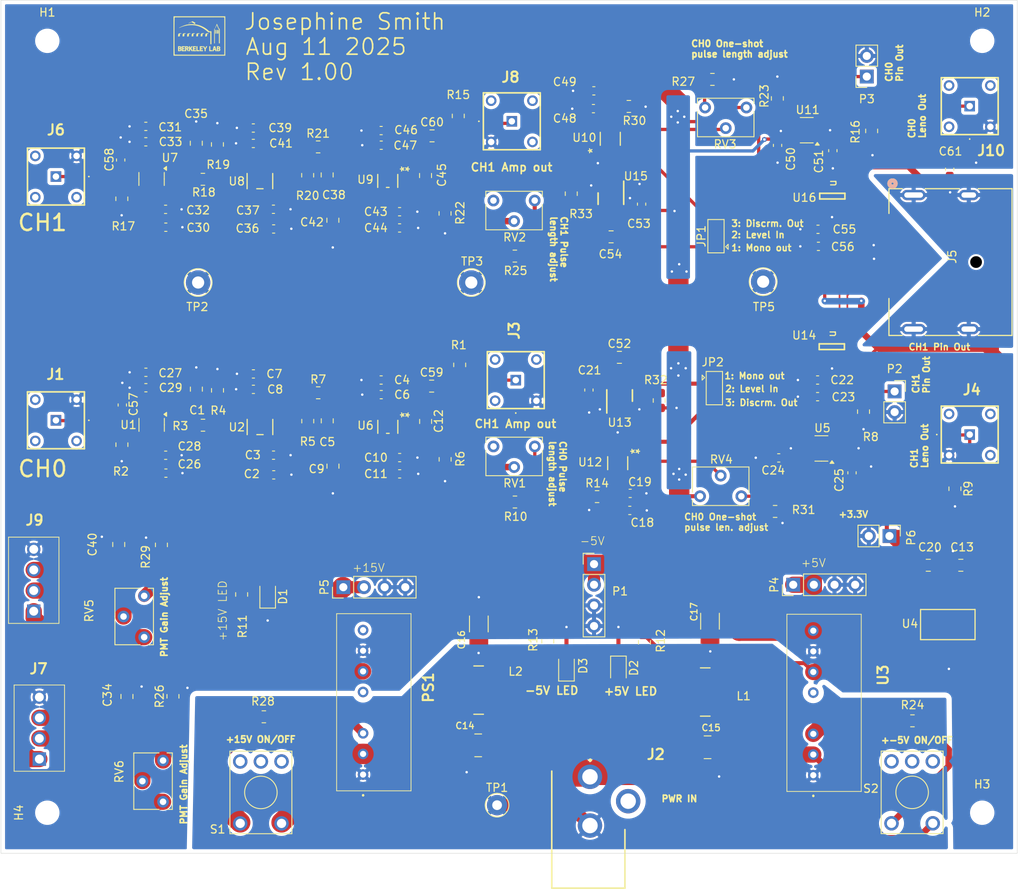
<source format=kicad_pcb>
(kicad_pcb (version 20241229) (generator "pcbnew") (generator_version "9.0")
  (layers (0 "F.Cu" signal) (2 "B.Cu" signal) (13 "F.Paste" user) (15 "B.Paste" user) (5 "F.SilkS" user "F.Silkscreen") (7 "B.SilkS" user "B.Silkscreen") (1 "F.Mask" user) (3 "B.Mask" user) (25 "Edge.Cuts" user))
  (net 0 "")
  (net 1 "GND")
  (net 2 "+5V")
  (net 3 "Net-(U2-+IN)")
  (net 4 "Net-(U2--IN)")
  (net 5 "/ch0/AMP_OUT")
  (net 6 "-5V")
  (net 7 "Net-(D1-A)")
  (net 8 "Net-(D2-A)")
  (net 9 "Net-(D3-K)")
  (net 10 "/ch0/AMP_IN")
  (net 11 "Net-(J3-In)")
  (net 12 "Net-(PS1-+VIN(VCC))")
  (net 14 "Net-(J7-Pin_3)")
  (net 15 "+15V")
  (net 16 "/discriminator2/DIS_OUT")
  (net 17 "Net-(J7-Pin_2)")
  (net 18 "Net-(S2-NO)")
  (net 19 "Net-(PS1-REMOTE)")
  (net 20 "Net-(U3-REMOTE)")
  (net 21 "Net-(S2-COM)")
  (net 22 "Net-(R26-Pad1)")
  (net 23 "Net-(S1-COM)")
  (net 24 "/output/LVDS_OUT-")
  (net 27 "/output/LVDS_OUT+")
  (net 30 "/monostable/MONO_OUT")
  (net 31 "Net-(J9-Pin_3)")
  (net 32 "Net-(J9-Pin_2)")
  (net 33 "Net-(R29-Pad1)")
  (net 36 "/power2/GND_RAW")
  (net 37 "/power2/VIN_24_RAW")
  (net 47 "Net-(R10-Pad2)")
  (net 48 "Net-(R3-Pad1)")
  (net 49 "+3.3V")
  (net 50 "/jumper/LEVEL_OUT")
  (net 53 "/jumper/LEVEL_IN")
  (net 54 "Net-(U2-OUT)")
  (net 55 "Net-(U6-+IN)")
  (net 56 "Net-(U6--IN)")
  (net 57 "Net-(U8-+IN)")
  (net 58 "Net-(U8-OUT)")
  (net 59 "Net-(U8--IN)")
  (net 60 "Net-(U9-+IN)")
  (net 61 "/ch1/AMP_OUT")
  (net 62 "Net-(U9--IN)")
  (net 63 "Net-(U13-REXT_CEXT)")
  (net 64 "Net-(U13-CEXT)")
  (net 65 "Net-(U15-CEXT)")
  (net 66 "Net-(U15-REXT_CEXT)")
  (net 67 "/output1/LVDS_OUT+")
  (net 68 "/output1/LVDS_OUT-")
  (net 69 "/ch1/AMP_IN")
  (net 70 "Net-(J8-In)")
  (net 71 "/jumper1/LEVEL_OUT")
  (net 72 "/jumper1/LEVEL_IN")
  (net 73 "/discriminator3/DIS_OUT")
  (net 74 "/monostable1/MONO_OUT")
  (net 75 "Net-(U12-LE{slash}HYS)")
  (net 76 "Net-(R18-Pad1)")
  (net 77 "Net-(R25-Pad2)")
  (net 78 "Net-(R27-Pad1)")
  (net 79 "Net-(U10-LE{slash}HYS)")
  (net 80 "Net-(R31-Pad1)")
  (net 81 "Net-(U10-VN)")
  (net 82 "Net-(U12-VN)")
  (net 83 "Net-(U1-VREF)")
  (net 84 "Net-(U7-VREF)")
  (net 85 "Net-(U6-VOUT)")
  (net 86 "Net-(U9-VOUT)")
  (net 89 "Net-(C61-Pad2)")
  (footprint "Resistor_SMD:R_0805_2012Metric" (layer "F.Cu") (at 144.1575 128.102683 -90)
    (property "Reference" "R13")
    (property "Value" "150")
  )
  (footprint "Capacitor_SMD:C_0805_2012Metric" (layer "F.Cu") (at 129.875 96.695)
    (property "Reference" "C59")
    (property "Value" "1u")
  )
  (footprint "Capacitor_SMD:C_0603_1608Metric" (layer "F.Cu") (at 149.22 97.18 -90)
    (property "Reference" "C21")
    (property "Value" "0.1u")
  )
  (footprint "Package_TO_SOT_SMD:SOT-23-6" (layer "F.Cu") (at 177.819691 104.367809 180)
    (property "Reference" "U5")
    (property "Value" "SN74LVC1T45DBV")
  )
  (footprint "Capacitor_SMD:C_0603_1608Metric" (layer "F.Cu") (at 107.95 95.195)
    (property "Reference" "C7")
    (property "Value" "0.01u")
  )
  (footprint "Capacitor_SMD:C_0805_2012Metric" (layer "F.Cu") (at 152.970001 93.155)
    (property "Reference" "C52")
    (property "Value" "28p")
  )
  (footprint "lbnl_logo:lbnl_logo_small" (layer "F.Cu") (at 101.3 53.6)
    (property "Reference" "G***" (hide yes))
    (property "Value" "LOGO" (hide yes))
  )
  (footprint "Capacitor_SMD:C_0603_1608Metric" (layer "F.Cu") (at 97.16 105.205 180)
    (property "Reference" "C28")
    (property "Value" "0.01u")
  )
  (footprint "MountingHole:MountingHole_2.5mm" (layer "F.Cu") (at 197.6 149.2)
    (property "Reference" "H3")
    (property "Value" "MountingHole")
  )
  (footprint "Capacitor_SMD:C_0603_1608Metric" (layer "F.Cu") (at 177.35 97.995 180)
    (property "Reference" "C23")
    (property "Value" "0.01u")
  )
  (footprint "Potentiometer_THT:Potentiometer_Bourns_3266W_Vertical" (layer "F.Cu") (at 94.515 127.595 -90)
    (property "Reference" "RV5")
    (property "Value" "10k")
  )
  (footprint "Resistor_SMD:R_0805_2012Metric" (layer "F.Cu") (at 103.525 66.9525 -90)
    (property "Reference" "R19")
    (property "Value" "49.9")
  )
  (footprint "Potentiometer_THT:Potentiometer_Bourns_3266W_Vertical" (layer "F.Cu") (at 96.835 147.855 -90)
    (property "Reference" "RV6")
    (property "Value" "10k")
  )
  (footprint "Resistor_SMD:R_0805_2012Metric" (layer "F.Cu") (at 140.1125 80.695)
    (property "Reference" "R25")
    (property "Value" "1k")
  )
  (footprint "Capacitor_SMD:C_0603_1608Metric" (layer "F.Cu") (at 107.94 64.93)
    (property "Reference" "C39")
    (property "Value" "0.01u")
  )
  (footprint "Capacitor_SMD:C_0805_2012Metric" (layer "F.Cu") (at 129.925 65.895)
    (property "Reference" "C60")
    (property "Value" "1u")
  )
  (footprint "Resistor_SMD:R_0805_2012Metric" (layer "F.Cu") (at 172.4 61.2875 -90)
    (property "Reference" "R23")
    (property "Value" "50")
  )
  (footprint "Capacitor_SMD:C_0805_2012Metric" (layer "F.Cu") (at 194.965 118.745 180)
    (property "Reference" "C13")
    (property "Value" "0.47u")
  )
  (footprint "Resistor_SMD:R_0805_2012Metric" (layer "F.Cu") (at 189.0175 137.89)
    (property "Reference" "R24")
    (property "Value" "10k")
  )
  (footprint "lt1818:S_5_ADI" (layer "F.Cu") (at 108.749999 71.465 -90)
    (property "Reference" "U8")
    (property "Value" "LT1818CS5-TRMPBF")
  )
  (footprint "Capacitor_SMD:C_0603_1608Metric" (layer "F.Cu") (at 123.675 97.745 180)
    (property "Reference" "C6")
    (property "Value" "1u")
  )
  (footprint "UMJ325KB7106KMHP:CAPC3225X280N" (layer "F.Cu") (at 163.815 141.145 180)
    (property "Reference" "C15")
    (property "Value" "10u")
  )
  (footprint "Capacitor_SMD:C_0603_1608Metric" (layer "F.Cu") (at 94.715 66.63 180)
    (property "Reference" "C33")
    (property "Value" "1u")
  )
  (footprint "Resistor_SMD:R_0805_2012Metric" (layer "F.Cu") (at 114.624998 70.7425 90)
    (property "Reference" "R20")
    (property "Value" "1k")
  )
  (footprint "Connector_PinHeader_2.54mm:PinHeader_1x02_P2.54mm_Vertical" (layer "F.Cu") (at 186.19 115.145 -90)
    (property "Reference" "P6")
    (property "Value" "Header 2")
  )
  (footprint "Capacitor_SMD:C_0805_2012Metric" (layer "F.Cu") (at 117.034998 100.97 90)
    (property "Reference" "C5")
    (property "Value" "10p")
  )
  (footprint "Resistor_SMD:R_0805_2012Metric" (layer "F.Cu") (at 140.1225 110.96)
    (property "Reference" "R10")
    (property "Value" "1k")
  )
  (footprint "Capacitor_SMD:C_0603_1608Metric" (layer "F.Cu") (at 154.25 111.995)
    (property "Reference" "C18")
    (property "Value" "0.01u")
  )
  (footprint "Capacitor_SMD:C_0603_1608Metric" (layer "F.Cu") (at 155.700001 74.299999 90)
    (property "Reference" "C53")
    (property "Value" "0.1u")
  )
  (footprint "Capacitor_SMD:C_0805_2012Metric" (layer "F.Cu") (at 190.965 118.745)
    (property "Reference" "C20")
    (property "Value" "33u")
  )
  (footprint "Resistor_SMD:R_0805_2012Metric" (layer "F.Cu") (at 156.05 128.2325 -90)
    (property "Reference" "R12")
    (property "Value" "150")
  )
  (footprint "inductorps:IND_TCK-047_TRP" (layer "F.Cu") (at 135.655075 134.110075)
    (property "Reference" "L2")
    (property "Value" "10u")
  )
  (footprint "inductorps:IND_TCK-047_TRP" (layer "F.Cu") (at 163.53 134.345 180)
    (property "Reference" "L1")
    (property "Value" "10u")
  )
  (footprint "Capacitor_SMD:C_0603_1608Metric" (layer "F.Cu") (at 123.665002 95.945)
    (property "Reference" "C4")
    (property "Value" "0.01u")
  )
  (footprint "testpt:EPB00250NTN" (layer "F.Cu") (at 83.66 100.905 180)
    (property "Reference" "J1")
    (property "Value" "Conn_Coaxial" (hide yes))
  )
  (footprint "Resistor_SMD:R_0805_2012Metric" (layer "F.Cu") (at 115.922498 97.52)
    (property "Reference" "R7")
    (property "Value" "49.9")
  )
  (footprint "Capacitor_SMD:C_0805_2012Metric_Pad1.18x1.45mm_HandSolder" (layer "F.Cu") (at 100.925 66.8025 -90)
    (property "Reference" "C35")
    (property "Value" "43p")
  )
  (footprint "Resistor_SMD:R_0805_2012Metric" (layer "F.Cu") (at 103.535 97.2175 -90)
    (property "Reference" "R4")
    (property "Value" "49.9")
  )
  (footprint "Resistor_SMD:R_0805_2012Metric" (layer "F.Cu") (at 96.635 116.2375 90)
    (property "Reference" "R29")
    (property "Value" "6.8k")
  )
  (footprint "testpt:EPB00250NTN" (layer "F.Cu") (at 196.06 62.24 90)
    (property "Reference" "J10")
    (property "Value" "Conn_Coaxial" (hide yes))
  )
  (footprint "LED_SMD:LED_0805_2012Metric" (layer "F.Cu") (at 146.46 131.3075 90)
    (property "Reference" "D3")
    (property "Value" "LED")
  )
  (footprint "Capacitor_SMD:C_0805_2012Metric" (layer "F.Cu") (at 92.395 134.895 90)
    (property "Reference" "C34")
    (property "Value" "1n")
  )
  (footprint "MountingHole:MountingHole_2.5mm" (layer "F.Cu") (at 197.6 54.2)
    (property "Reference" "H2")
    (property "Value" "MountingHole")
  )
  (footprint "Capacitor_SMD:C_0603_1608Metric" (layer "F.Cu") (at 172.425 67.07 -90)
    (property "Reference" "C50")
    (property "Value" "0.1u")
  )
  (footprint "Capacitor_SMD:C_0805_2012Metric" (layer "F.Cu") (at 129.134998 101.045 90)
    (property "Reference" "C12")
    (property "Value" "2.2p")
  )
  (footprint "1808Y3K00102KXT:CAPC4520X200N" (layer "F.Cu") (at 164.115 125.633 90)
    (property "Reference" "C17")
    (property "Value" "1n")
  )
  (footprint "adcmp601:KS_6_ADI-M" (layer "F.Cu") (at 152.759999 106.18215 -90)
    (property "Reference" "U12")
    (property "Value" "ADCMP601BKSZ-R2")
  )
  (footprint "Capacitor_SMD:C_0603_1608Metric" (layer "F.Cu") (at 97.15 74.94 180)
    (property "Reference" "C32")
    (property "Value" "0.01u")
  )
  (footprint "ad8038:KS_5_ADI-M" (layer "F.Cu") (at 124.474999 71.44215 -90)
    (property "Reference" "U9")
    (property "Value" "AD8038AKSZ-REEL7")
  )
  (footprint "Resistor_SMD:R_0805_2012Metric" (layer "F.Cu") (at 133.15 63.445 -90)
    (property "Reference" "R15")
    (property "Value" "50")
  )
  (footprint "Capacitor_SMD:C_0603_1608Metric" (layer "F.Cu") (at 107.94 66.83 180)
    (property "Reference" "C41")
    (property "Value" "1u")
  )
  (footprint "Potentiometer_THT:Potentiometer_Bourns_3266W_Vertical" (layer "F.Cu") (at 162.89 110.25 180)
    (property "Reference" "RV4")
    (property "Value" "10k")
  )
  (footprint "Capacitor_SMD:C_0805_2012Metric" (layer "F.Cu") (at 117.024998 70.705 90)
    (property "Reference" "C38")
    (property "Value" "10p")
  )
  (footprint "6-2421:TMR62423" (layer "F.Cu") (at 176.82 144.58 90)
    (property "Reference" "U3")
    (property "Value" "TMR 6-2421WIR" (hide yes))
  )
  (footprint "Capacitor_SMD:C_0805_2012Metric" (layer "F.Cu") (at 151.95 78.324999 180)
    (property "Reference" "C54")
    (property "Value" "28p")
  )
  (footprint "Capacitor_SMD:C_0603_1608Metric" (layer "F.Cu") (at 94.715 64.73)
    (property "Reference" "C31")
    (property "Value" "0.01u")
  )
  (footprint "ad8038:KS_5_ADI-M" (layer "F.Cu") (at 124.484999 101.70715 -90)
    (property "Reference" "U6")
    (property "Value" "AD8038AKSZ-REEL7")
  )
  (footprint "Capacitor_SMD:C_0603_1608Metric" (layer "F.Cu") (at 177.45 79.495 180)
    (property "Reference" "C56")
    (property "Value" "0.01u")
  )
  (footprint "LED_SMD:LED_0805_2012Metric" (layer "F.Cu") (at 152.85 131.6075 -90)
    (property "Reference" "D2")
    (property "Value" "LED")
  )
  (footprint "Capacitor_SMD:C_0603_1608Metric" (layer "F.Cu") (at 110.45 107.62)
    (property "Reference" "C2")
    (property "Value" "1u")
  )
  (footprint "Capacitor_SMD:C_0603_1608Metric" (layer "F.Cu") (at 97.185 107.405)
    (property "Reference" "C26")
    (property "Value" "1u")
  )
  (footprint "Capacitor_SMD:C_0603_1608Metric" (layer "F.Cu") (at 125.932502 75.23 180)
    (property "Reference" "C43")
    (property "Value" "0.01u")
  )
  (footprint "Capacitor_SMD:C_0603_1608Metric" (layer "F.Cu") (at 177.35 95.945 180)
    (property "Reference" "C22")
    (property "Value" "1u")
  )
  (footprint "Capacitor_SMD:C_0603_1608Metric" (layer "F.Cu") (at 91.825 99.02 90)
    (property "Reference" "C57")
    (property "Value" "1u")
  )
  (footprint "Resistor_SMD:R_0805_2012Metric" (layer "F.Cu") (at 154.134998 62.27465 180)
    (property "Reference" "R30")
    (property "Value" "50k")
  )
  (footprint "Capacitor_SMD:C_0603_1608Metric" (layer "F.Cu") (at 125.932502 77.23)
    (property "Reference" "C44")
    (property "Value" "1u")
  )
  (footprint "Package_TO_SOT_SMD:SOT-23-5" (layer "F.Cu") (at 95.435 101.4675 -90)
    (property "Reference" "U1")
    (property "Value" "BUF602xDBV")
  )
  (footprint "lt1818:S_5_ADI" (layer "F.Cu") (at 108.759999 101.73 -90)
    (property "Reference" "U2")
    (property "Value" "LT1818CS5-TRMPBF")
  )
  (footprint "Resistor_SMD:R_0805_2012Metric" (layer "F.Cu") (at 91.775 103.905 -90)
    (property "Reference" "R2")
    (property "Value" "49.9")
  )
  (footprint "Resistor_SMD:R_0805_2012Metric" (layer "F.Cu") (at 131.524998 75.4425 90)
    (property "Reference" "R22")
    (property "Value" "49.9")
  )
  (footprint "Resistor_SMD:R_0805_2012Metric" (layer "F.Cu") (at 147.05 73.012499 -90)
    (property "Reference" "R33")
    (property "Value" "2k")
  )
  (footprint "Resistor_SMD:R_0805_2012Metric" (layer "F.Cu") (at 157.870001 98.4675 90)
    (property "Reference" "R32")
    (property "Value" "2k")
  )
  (footprint "Capacitor_SMD:C_0603_1608Metric" (layer "F.Cu") (at 94.725 94.995)
    (property "Reference" "C27")
    (property "Value" "0.01u")
  )
  (footprint "Potentiometer_THT:Potentiometer_Bourns_3266W_Vertical" (layer "F.Cu") (at 142.5625 104.12)
    (property "Reference" "RV1")
    (property "Value" "1k")
  )
  (footprint "Button_Switch_THT:KSA_Tactile_SPST" (layer "F.Cu") (at 111.41 150.515 180)
    (property "Reference" "S1")
    (property "Value" "BB16AH-FA")
  )
  (footprint "1808Y3K00102KXT:CAPC4520X200N" (layer "F.Cu") (at 135.680075 125.968075 90)
    (property "Reference" "C16")
    (property "Value" "1n")
  )
  (footprint "Resistor_SMD:R_0805_2012Metric" (layer "F.Cu") (at 98.05425 134.872499 90)
    (property "Reference" "R26")
    (property "Value" "6.8k")
  )
  (footprint "Capacitor_SMD:C_0603_1608Metric" (layer "F.Cu") (at 91.625 68.87 90)
    (property "Reference" "C58")
    (property "Value" "1u")
  )
  (footprint "Potentiometer_THT:Potentiometer_Bourns_3266W_Vertical" (layer "F.Cu") (at 142.5525 73.855)
    (property "Reference" "RV2")
    (property "Value" "1k")
  )
  (footprint "testpt:EPB00250NTN" (layer "F.Cu") (at 140.2225 95.96 90)
    (property "Reference" "J3")
    (property "Value" "Conn_Coaxial" (hide yes))
  )
  (footprint "screwterm:1725672" (layer "F.Cu") (at 81.62 142.6 90)
    (property "Reference" "J7")
    (property "Value" "Screw_Terminal_01x04" (hide yes))
  )
  (footprint "Jumper:SolderJumper-3_P1.3mm_Open_Pad1.0x1.5mm" (layer "F.Cu") (at 164.85 78.245 90)
    (property "Reference" "JP1")
    (property "Value" "Jumper_3_Open")
  )
  (footprint "Connector_PinHeader_2.54mm:PinHeader_1x04_P2.54mm_Vertical" (layer "F.Cu") (at 174.35 121.145 90)
    (property "Reference" "P4")
    (property "Value" "Header 4")
  )
  (footprint "lm3940Library:LM3940UPDATED" (layer "F.Cu") (at 193.365 126.045 180)
    (property "Reference" "U4")
    (property "Value" "LM3940IMP-3.3")
  )
  (footprint "Capacitor_SMD:C_0805_2012Metric" (layer "F.Cu") (at 117.734998 106.545 90)
    (property "Reference" "C9")
    (property "Value" "43p")
  )
  (footprint "TestPoint:TestPoint_Loop_D2.54mm_Drill1.5mm_Beaded" (layer "F.Cu") (at 170.65 83.845)
    (property "Reference" "TP5")
    (property "Value" "TestPoint_Alt")
  )
  (footprint "Capacitor_SMD:C_0603_1608Metric" (layer "F.Cu") (at 125.942502 105.495 180)
    (property "Reference" "C10")
    (property "Value" "0.01u")
  )
  (footprint "Capacitor_SMD:C_0603_1608Metric" (layer "F.Cu") (at 123.665002 65.245)
    (property "Reference" "C46")
    (property "Value" "0.01u")
  )
  (footprint "Connector_PinHeader_2.54mm:PinHeader_1x04_P2.54mm_Vertical" (layer "F.Cu") (at 119.01 121.445 90)
    (property "Reference" "P5")
    (property "Value" "Header 4")
  )
  (footprint "Capacitor_SMD:C_0805_2012Metric" (layer "F.Cu") (at 117.724998 76.28 90)
    (property "Reference" "C42")
    (property "Value" "43p")
  )
  (footprint "tolvds:DBV0005A_L" (layer "F.Cu") (at 179.097502 91.845 90)
    (property "Reference" "U14")
    (property "Value" "SN65LVDS1DBVR")
  )
  (footprint "screwterm:1725672" (layer "F.Cu") (at 80.93 124.401 90)
    (property "Reference" "J9")
    (property "Value" "Screw_Terminal_01x04" (hide yes))
  )
  (footprint "TestPoint:TestPoint_Loop_D2.54mm_Drill1.5mm_Beaded" (layer "F.Cu") (at 101.15 83.945)
    (property "Reference" "TP2")
    (property "Value" "TestPoint_Alt")
  )
  (footprint "MountingHole:MountingHole_2.5mm" (layer "F.Cu") (at 82.6 149.2 90)
    (property "Reference" "H4")
    (property "Value" "MountingHole")
  )
  (footprint "adcmp601:KS_6_ADI-M" (layer "F.Cu") (at 151.849999 66.2575 90)
    (property "Reference" "U10")
    (property "Value" "ADCMP601BKSZ-R2")
  )
  (footprint "oneshot:DCT0008A_L" (layer "F.Cu") (at 152.995002 97.855001 90)
    (property "Reference" "U13")
    (property "Value" "74LVC1G123DCTRE4")
  )
  (footprint "Connector_PinSocket_2.54mm:PinSocket_1x02_P2.54mm_Vertical" (layer "F.Cu") (at 186.825 97.35)
    (property "Reference" "P2")
    (property "Value" "Header 2")
  )
  (footprint "Resistor_SMD:R_0805_2012Metric" (layer "F.Cu") (at 91.765 73.64 -90)
    (property "Reference" "R17")
    (property "Value" "49.9")
  )
  (footprint "Resistor_SMD:R_0805_2012Metric" (layer "F.Cu") (at 194.24 109.3275 -90)
    (property "Reference" "R9")
    (property "Value" "50")
  )
  (footprint "Resistor_SMD:R_0805_2012Metric" (layer "F.Cu") (at 133.325 94.0825 90)
    (property "Reference" "R1")
    (property "Value" "50")
  )
  (footprint "UMJ325KB7106KMHP:CAPC3225X280N" (layer "F.Cu") (at 135.600075 140.910075)
    (property "Reference" "C14")
    (property "Value" "10u")
  )
  (footprint "Resistor_SMD:R_0805_2012Metric" (layer "F.Cu") (at 101.7475 101.505)
    (property "Reference" "R3")
    (property "Value" "49.9")
  )
  (footprint "Connector_PinSocket_2.54mm:PinSocket_1x02_P2.54mm_Vertical" (layer "F.Cu") (at 183.4 58.6 180)
    (property "Reference" "P3")
    (property "Value" "Header 2")
  )
  (footprint "MountingHole:MountingHole_2.5mm" (layer "F.Cu") (at 82.6 54.2)
    (property "Reference" "H1")
    (property "Value" "MountingHole")
  )
  (footprint "Resistor_SMD:R_0805_2012Metric" (layer "F.Cu") (at 101.7375 71.24)
    (property "Reference" "R18")
    (property "Value" "49.9")
  )
  (footprint "Capacitor_SMD:C_0603_1608Metric" (layer "F.Cu") (at 110.44 77.355)
    (property "Reference" "C36")
    (property "Value" "1u")
  )
  (footprint "Capacitor_SMD:C_0603_1608Metric" (layer "F.Cu") (at 179.225 67.72 -90)
    (property "Reference" "C51")
    (property "Value" "0.1u")
  )
  (footprint "Capacitor_SMD:C_0603_1608Metric" (layer "F.Cu") (at 149.774998 62.54465 180)
    (property "Reference" "C48")
    (property "Value" "1u")
  )
  (footprint "Resistor_SMD:R_0805_2012Metric" (layer "F.Cu") (at 164.412497 58.945)
    (property "Reference" "R27")
    (property "Value" "2k")
  )
  (footprint "TestPoint:TestPoint_THTPad_D2.5mm_Drill1.2mm" (layer "F.Cu") (at 137.925 148.27)
    (property "Reference" "TP1")
    (property "Value" "TestPoint_Alt")
  )
  (footprint "LED_SMD:LED_0805_2012Metric" (layer "F.Cu") (at 109.705 122.3285 90)
    (property "Reference" "D1")
    (property "Value" "LED")
  )
  (footprint "Capacitor_SMD:C_0603_1608Metric" (layer "F.Cu") (at 181.582191 107.367809 90)
    (property "Reference" "C25")
    (property "Value" "0.1u")
  )
  (footprint "Capacitor_SMD:C_0603_1608Metric" (layer "F.Cu") (at 123.675 67.045 180)
    (property "Reference" "C47")
    (property "Value" "1u")
  )
  (footprint "Package_TO_SOT_SMD:SOT-23-5" (layer "F.Cu") (at 95.425 71.2025 -90)
    (property "Reference" "U7")
    (property "Value" "BUF602xDBV")
  )
  (footprint "Resistor_SMD:R_0805_2012Metric" (layer "F.Cu") (at 184 65.2875 -90)
    (property "Reference" "R16")
    (property "Value" "50")
  )
  (footprint "Capacitor_SMD:C_0603_1608Metric" (layer "F.Cu") (at 97.175 77.14)
    (property "Reference" "C30")
    (property "Value" "1u")
  )
  (footprint "Connector_PinHeader_2.54mm:PinHeader_1x04_P2.54mm_Vertical" (layer "F.Cu") (at 149.85 118.605)
    (property "Reference" "P1")
    (property "Value" "Header 4")
  )
  (footprint "Resistor_SMD:R_0805_2012Metric" (layer "F.Cu") (at 172.1225 112.12)
    (property "Reference" "R31")
    (property "Value" "2k")
  )
  (footprint "Capacitor_SMD:C_0603_1608Metric" (layer "F.Cu") (at 110.425 105.195 180)
    (property "Reference" "C3")
    (property "Value" "0.01u")
  )
  (footprint "testpt:EPB00250NTN" (layer "F.Cu") (at 139.7357 64.104998)
    (property "Reference" "J8")
    (property "Value" "Conn_Coaxial" (hide yes))
  )
  (footprint "Capacitor_SMD:C_0603_1608Metric" (layer "F.Cu") (at 177.4 77.395 180)
    (property "Reference" "C55")
    (property "Value" "1u")
  )
  (footprint "Potentiometer_THT:Potentiometer_Bourns_3266W_Vertical" (layer "F.Cu") (at 168.59 62.405)
    (property "Reference" "RV3")
    (property "Value" "10k")
  )
  (footprint "dsp:CONN_47272-0001_MOL" (layer "F.Cu") (at 179.4316 81.4284 90)
    (property "Reference" "J5")
    (property "Value" "472720001")
  )
  (footprint "Capacitor_SMD:C_0603_1608Metric" (layer "F.Cu") (at 149.824998 60.355 180)
    (property "Reference" "C49")
    (property "Value" "0.01u")
  )
  (footprint "Capacitor_SMD:C_0603_1608Metric" (layer "F.Cu") (at 172.569691 105.532809 180)
    (property "Reference" "C24")
    (property "Value" "0.1u")
  )
  (footprint "Package_TO_SOT_SMD:SOT-23-6" (layer "F.Cu") (at 176.0125 65.2 180)
    (property "Reference" "U11")
    (property "Value" "SN74LVC1T45DBV")
  )
  (footprint "dcjack:PJ-102AH" (layer "F.Cu") (at 153.65 147.779925 180)
    (property "Reference" "J2")
    (property "Value" "Barrel_Jack_Switch_Pin3Ring" (hide yes))
  )
  (footprint "tolvds:DBV0005A_L" (layer "F.Cu") (at 179.160003 73.315001 90)
    (property "Reference" "U16")
    (property "Value" "SN65LVDS1DBVR")
  )
  (footprint "Jumper:SolderJumper-3_P1.3mm_Open_Pad1.0x1.5mm" (layer "F.Cu") (at 164.65 96.945 -90)
    (property "Reference" "JP2")
    (property "Value" "Jumper_3_Open")
  )
  (footprint "Capacitor_SMD:C_0603_1608Metric" (layer "F.Cu") (at 110.415 74.93 180)
    (property "Reference" "C37")
    (property "Value" "0.01u")
  )
  (footprint "Capacitor_SMD:C_0805_2012Metric" (layer "F.Cu") (at 129.124998 70.78 90)
    (property "Reference" "C45")
    (property "Value" "2.2p")
  )
  (footprint "Resistor_SMD:R_0805_2012Metric" (layer "F.Cu") (at 131.534998 105.7075 90)
    (property "Reference" "R6")
    (property "Value" "49.9")
  )
  (footprint "oneshot:DCT0008A_L" (layer "F.Cu") (at 151.924999 73.624998 -90)
    (property "Reference" "U15")
    (property "Value" "74LVC1G123DCTRE4")
  )
  (footprint "testpt:EPB00250NTN" (layer "F.Cu") (at 196.06 102.66)
    (property "Reference" "J4")
    (property "Value" "Conn_Coaxial" (hide yes))
  )
  (footprint "Button_Switch_THT:KSA_Tactile_SPST" (layer "F.Cu") (at 191.52 150.505 180)
    (property "Reference" "S2")
    (property "Value" "BB16AH-FA")
  )
  (footprint "Capacitor_SMD:C_0805_2012Metric_Pad1.18x1.45mm_HandSolder" (layer "F.Cu") (at 100.935 97.0675 -90)
    (property "Reference" "C1")
    (property "Value" "43p")
  )
  (footprint "Capacitor_SMD:C_0603_1608Metric" (layer "F.Cu") (at 94.725 96.895 180)
    (property "Reference" "C29")
    (property "Value" "1u")
  )
  (footprint "Resistor_SMD:R_0805_2012Metric" (layer "F.Cu") (at 109.2375 137.395 180)
    (property "Reference" "R28")
    (property "Value" "10k")
  )
  (footprint "Resistor_SMD:R_0805_2012Metric" (layer "F.Cu") (at 114.634998 101.0075 90)
    (property "Reference" "R5")
    (property "Value" "1k")
  )
  (footprint "Capacitor_SMD:C_0603_1608Metric" (layer "F.Cu") (at 154.3 109.895)
    (property "Reference" "C19")
    (property "Value" "1u")
  )
  (footprint "Capacitor_SMD:C_0603_1608Metric" (layer "F.Cu") (at 193.6 70 -90)
    (property "Reference" "C61")
    (property "Value" "1u")
  )
  (footprint "Capacitor_SMD:C_0805_2012Metric" (layer "F.Cu") (at 91.385 116.1875 90)
    (property "Reference" "C40")
    (property "Value" "1n")
  )
  (footprint "testpt:EPB00250NTN" (layer "F.Cu") (at 83.66 70.905 180)
    (property "Reference" "J6")
    (property "Value" "Conn_Coaxial" (hide yes))
  )
  (footprint "Resistor_SMD:R_0805_2012Metric" (layer "F.Cu") (at 183 99.8375 90)
    (property "Reference" "R8")
    (property "Value" "50")
  )
  (footprint "Capacitor_SMD:C_0603_1608Metric" (layer "F.Cu") (at 125.942502 107.495)
    (property "Reference" "C11")
    (property "Value" "1u")
  )
  (footprint "Resistor_SMD:R_0805_2012Metric" (layer "F.Cu") (at 150.225 110.295)
    (property "Reference" "R14")
    (property "Value" "50k")
  )
  (footprint "TestPoint:TestPoint_Loop_D2.54mm_Drill1.5mm_Beaded" (layer "F.Cu") (at 134.75 83.945)
    (property "Reference" "TP3")
    (property "Value" "TestPoint_Alt")
  )
  (footprint "Capacitor_SMD:C_0603_1608Metric" (layer "F.Cu") (at 107.95 97.095 180)
    (property "Reference" "C8")
    (property "Value" "1u")
  )
  (footprint "Resistor_SMD:R_0805_2012Metric" (layer "F.Cu") (at 106.505 122.3385 -90)
    (property "Reference" "R11")
    (property "Value" "680")
  )
  (footprint "Resistor_SMD:R_0805_2012Metric" (layer "F.Cu") (at 115.912498 67.255)
    (property "Reference" "R21")
    (property "Value" "49.9")
  )
  (footprint "6-2413:TMR62423" (layer "F.Cu") (at 121.44 144.506 90)
    (property "Reference" "PS1")
    (property "Value" "TMR_6-2413WIR" (hide yes))
  )
  (gr_rect (start 76.9 49.2) (end 201.9 154.2) (stroke (width 0.05)) (fill no) (layer "Edge.Cuts"))
  (gr_text "+-5V ON/OFF" (at 185.05 140.745 0) (layer "F.SilkS") (effects (font (size 0.8 0.8) (thickness 0.2) (bold yes)) (justify left bottom)))
  (gr_text "3: Discrm. Out" (at 166.65 77.145 0) (layer "F.SilkS") (effects (font (size 0.8 0.8) (thickness 0.175) (bold yes)) (justify left bottom)))
  (gr_text "+15V\n" (at 120.05 119.645 0) (layer "F.SilkS") (effects (font (size 1 1) (thickness 0.1)) (justify left bottom)))
  (gr_text "+3.3V" (at 179.85 112.945 0) (layer "F.SilkS") (effects (font (size 0.8 0.8) (thickness 0.175) (bold yes)) (justify left bottom)))
  (gr_text "CH1\nLeno Out\n" (at 191 106.9 90) (layer "F.SilkS") (effects (font (size 0.8 0.8) (thickness 0.2) (bold yes)) (justify left bottom)))
  (gr_text "3: Discrm. Out" (at 165.9 99.2 0) (layer "F.SilkS") (effects (font (size 0.8 0.8) (thickness 0.175) (bold yes)) (justify left bottom)))
  (gr_text "CH1 Amp out\n" (at 134.575 70.345 0) (layer "F.SilkS") (effects (font (size 1 1) (thickness 0.2) (bold yes)) (justify left bottom)))
  (gr_text "CH1 Pulse \nlength adjust" (at 144.4 75.7 270) (layer "F.SilkS") (effects (font (size 0.8 0.8) (thickness 0.2) (bold yes)) (justify left bottom)))
  (gr_text "CH1 Pin Out\n" (at 188.45 92.345 0) (layer "F.SilkS") (effects (font (size 0.8 0.8) (thickness 0.175) (bold yes)) (justify left bottom)))
  (gr_text "Rev 1.00" (at 113.6 59.2 0) (layer "F.SilkS") (effects (font (size 2 2) (thickness 0.2)) (justify bottom)))
  (gr_text "Josephine Smith" (at 119.2 53 0) (layer "F.SilkS") (effects (font (size 2 2) (thickness 0.2)) (justify bottom)))
  (gr_text "CH0 One-shot\npulse length adjust\n" (at 161.7 56.3 0) (layer "F.SilkS") (effects (font (size 0.8 0.8) (thickness 0.2) (bold yes)) (justify left bottom)))
  (gr_text "1: Mono out" (at 166.65 80.145 0) (layer "F.SilkS") (effects (font (size 0.8 0.8) (thickness 0.175) (bold yes)) (justify left bottom)))
  (gr_text "CH0 One-shot\npulse len. adjust\n" (at 160.85 114.545 0) (layer "F.SilkS") (effects (font (size 0.8 0.8) (thickness 0.175) (bold yes)) (justify left bottom)))
  (gr_text "PMT Gain Adjust" (at 99.85 150.745 90) (layer "F.SilkS") (effects (font (size 0.8 0.8) (thickness 0.2) (bold yes)) (justify left bottom)))
  (gr_text "CH0 Pulse \nlength adjust" (at 144.25 103.345 270) (layer "F.SilkS") (effects (font (size 0.8 0.8) (thickness 0.2) (bold yes)) (justify left bottom)))
  (gr_text "+15V LED" (at 104.75 128.145 90) (layer "F.SilkS") (effects (font (size 1 1) (thickness 0.1)) (justify left bottom)))
  (gr_text "2: Level In" (at 166.65 78.545 0) (layer "F.SilkS") (effects (font (size 0.8 0.8) (thickness 0.175) (bold yes)) (justify left bottom)))
  (gr_text "CH1" (at 78.8 77.745 0) (layer "F.SilkS") (effects (font (size 2 2) (thickness 0.3)) (justify left bottom)))
  (gr_text "2: Level In" (at 165.9 97.5 0) (layer "F.SilkS") (effects (font (size 0.8 0.8) (thickness 0.175) (bold yes)) (justify left bottom)))
  (gr_text "CH0 \nPin Out\n" (at 187.9 59.345 90) (layer "F.SilkS") (effects (font (size 0.8 0.8) (thickness 0.2) (bold yes)) (justify left bottom)))
  (gr_text "+15V ON/OFF" (at 104.45 140.645 0) (layer "F.SilkS") (effects (font (size 0.8 0.8) (thickness 0.2) (bold yes)) (justify left bottom)))
  (gr_text "CH0\n" (at 78.825 108.045 0) (layer "F.SilkS") (effects (font (size 2 2) (thickness 0.3)) (justify left bottom)))
  (gr_text "PWR IN" (at 158.05 147.945 0) (layer "F.SilkS") (effects (font (size 0.8 0.8) (thickness 0.2) (bold yes)) (justify left bottom)))
  (gr_text "Aug 11 2025" (at 116.9 56.1 0) (layer "F.SilkS") (effects (font (size 2 2) (thickness 0.2)) (justify bottom)))
  (gr_text "+5V" (at 175.25 119.045 0) (layer "F.SilkS") (effects (font (size 1 1) (thickness 0.1)) (justify left bottom)))
  (gr_text "+5V LED\n" (at 150.95 134.845 0) (layer "F.SilkS") (effects (font (size 1 1) (thickness 0.2) (bold yes)) (justify left bottom)))
  (gr_text "CH1 Amp out\n" (at 135.05 101.92 0) (layer "F.SilkS") (effects (font (size 1 1) (thickness 0.2) (bold yes)) (justify left bottom)))
  (gr_text "CH1\nPin Out\n" (at 191.2 97.7 90) (layer "F.SilkS") (effects (font (size 0.8 0.8) (thickness 0.2) (bold yes)) (justify left bottom)))
  (gr_text "-5V" (at 148.05 116.345 0) (layer "F.SilkS") (effects (font (size 1 1) (thickness 0.1)) (justify left bottom)))
  (gr_text "CH0 \nLeno Out\n" (at 190.7 66.3 90) (layer "F.SilkS") (effects (font (size 0.8 0.8) (thickness 0.2) (bold yes)) (justify left bottom)))
  (gr_text "-5V LED" (at 144.65 134.745 0) (layer "F.SilkS") (effects (font (size 1 1) (thickness 0.2) (bold yes)) (justify bottom)))
  (gr_text "PMT Gain Adjust" (at 97.45 130.145 90) (layer "F.SilkS") (effects (font (size 0.8 0.8) (thickness 0.2) (bold yes)) (justify left bottom)))
  (gr_text "1: Mono out" (at 165.8 95.9 0) (layer "F.SilkS") (effects (font (size 0.8 0.8) (thickness 0.175) (bold yes)) (justify left bottom)))
  (segment (start 131.524998 77.894998) (end 131.525 77.895) (width 0.5) (layer "F.Cu") (net 1))
  (segment (start 177.15 65.2) (end 178.884995 65.2) (width 0.4) (layer "F.Cu") (net 1))
  (segment (start 97.95 77.14) (end 99.215 77.14) (width 0.4) (layer "F.Cu") (net 1))
  (segment (start 156.164654 62.27465) (end 156.195 62.304996) (width 0.4) (layer "F.Cu") (net 1))
  (segment (start 126.707502 75.23) (end 128.114996 75.23) (width 0.4) (layer "F.Cu") (net 1))
  (segment (start 107.165 64.93) (end 105.93 64.93) (width 0.4) (layer "F.Cu") (net 1))
  (segment (start 155.047498 62.27465) (end 156.164654 62.27465) (width 0.4) (layer "F.Cu") (net 1))
  (segment (start 191.915 118.745) (end 194.015 118.745) (width 0.75) (layer "F.Cu") (net 1))
  (segment (start 105.84 97.095) (end 105.825 97.08) (width 0.4) (layer "F.Cu") (net 1))
  (segment (start 150.9329 69.255) (end 151.849999 68.337901) (width 0.4) (layer "F.Cu") (net 1))
  (segment (start 153.970001 99.555) (end 155.425 99.555) (width 0.4) (layer "F.Cu") (net 1))
  (segment (start 193.625 69.2) (end 196.85 69.2) (width 0.8) (layer "F.Cu") (net 1))
  (segment (start 103.525 64.34) (end 103.515 64.33) (width 0.4) (layer "F.Cu") (net 1))
  (segment (start 193.365 129.195) (end 193.365 131.365) (width 1) (layer "F.Cu") (net 1))
  (segment (start 96.635 115.325) (end 94.765 115.325) (width 1.5) (layer "F.Cu") (net 1))
  (segment (start 179.097502 93.045) (end 179.097502 94.497502) (width 0.4) (layer "F.Cu") (net 1))
  (segment (start 117.734998 107.495) (end 117.734998 109.885002) (width 0.4) (layer "F.Cu") (net 1))
  (segment (start 193.365 122.8446) (end 193.365 121.23) (width 0.5) (layer "F.Cu") (net 1))
  (segment (start 117.734998 109.885002) (end 117.725 109.895) (width 0.4) (layer "F.Cu") (net 1))
  (segment (start 149.25 111.945) (end 149.25 110.3575) (width 0.4) (layer "F.Cu") (net 1))
  (segment (start 131.524998 76.355) (end 131.524998 77.894998) (width 0.5) (layer "F.Cu") (net 1))
  (segment (start 122.209998 65.227501) (end 122.209998 65.245) (width 0.4) (layer "F.Cu") (net 1))
  (segment (start 174.059691 104.352809) (end 176.667191 104.352809) (width 0.4) (layer "F.Cu") (net 1))
  (segment (start 174.86 65.185) (end 172.941374 65.185) (width 0.4) (layer "F.Cu") (net 1))
  (segment (start 191.915 118.745) (end 191.915 117.085) (width 0.75) (layer "F.Cu") (net 1))
  (segment (start 117.724998 77.23) (end 117.724998 79.620002) (width 0.4) (layer "F.Cu") (net 1))
  (segment (start 150.32 69.255) (end 150.9329 69.255) (width 0.4) (layer "F.Cu") (net 1))
  (segment (start 135.680075 123.926075) (end 135.680075 122.675) (width 2) (layer "F.Cu") (net 1))
  (segment (start 97.935 105.205) (end 99.125 105.205) (width 0.4) (layer "F.Cu") (net 1))
  (segment (start 174.9275 95.945) (end 176.525 95.945) (width 0.4) (layer "F.Cu") (net 1))
  (segment (start 184.391587 80.928401) (end 184.291589 81.028399) (width 0.2) (layer "F.Cu") (net 1))
  (segment (start 99.835741 133.835) (end 99.835745 133.835004) (width 1.5) (layer "F.Cu") (net 1))
  (segment (start 100.935 94.405) (end 100.925 94.395) (width 0.4) (layer "F.Cu") (net 1))
  (segment (start 109.705 123.266) (end 109.705 125.546) (width 2) (layer "F.Cu") (net 1))
  (segment (start 183.929691 106.592809) (end 183.929693 106.592807) (width 0.5) (layer "F.Cu") (net 1))
  (segment (start 153.010001 71.814999) (end 152.900001 71.924999) (width 0.4) (layer "F.Cu") (net 1))
  (segment (start 122.192499 65.245) (end 122.209998 65.227501) (width 0.4) (layer "F.Cu") (net 1))
  (segment (start 151.849999 68.337901) (end 151.849999 67.47035) (width 0.4) (layer "F.Cu") (net 1))
  (segment (start 91.825 96.295) (end 91.825 98.245) (width 0.4) (layer "F.Cu") (net 1))
  (segment (start 149.25 97.767504) (end 149.25 99.722496) (width 0.4) (layer "F.Cu") (net 1))
  (segment (start 97.96 107.405) (end 99.225 107.405) (width 0.4) (layer "F.Cu") (net 1))
  (segment (start 121.340002 97.745) (end 122.9 97.745) (width 0.4) (layer "F.Cu") (net 1))
  (segment (start 155.445001 71.814999) (end 153.010001 71.814999) (width 0.4) (layer "F.Cu") (net 1))
  (segment (start 93.94 64.73) (end 92.715 64.73) (width 0.4) (layer "F.Cu") (net 1))
  (segment (start 193.6 69.225) (end 193.625 69.2) (width 0.8) (layer "F.Cu") (net 1))
  (segment (start 152.759999 104.9693) (end 152.759999 102.395413) (width 0.4) (layer "F.Cu") (net 1))
  (segment (start 184.1 68.275) (end 184.1 66.7875) (width 0.4) (layer "F.Cu") (net 1))
  (segment (start 173.035 113.544997) (end 173.035003 113.545) (width 0.4) (layer "F.Cu") (net 1))
  (segment (start 193.365 131.365) (end 193.5 131.5) (width 1) (layer "F.Cu") (net 1))
  (segment (start 146.46 130.37) (end 146.46 126.344992) (width 0.5) (layer "F.Cu") (net 1))
  (segment (start 186.5638 80.928401) (end 184.391587 80.928401) (width 0.2) (layer "F.Cu") (net 1))
  (segment (start 105.94 95.195) (end 105.925 95.18) (width 0.4) (layer "F.Cu") (net 1))
  (segment (start 148.999998 62.54465) (end 147.18035 62.54465) (width 0.4) (layer "F.Cu") (net 1))
  (segment (start 103.535 94.605) (end 103.525 94.595) (width 0.4) (layer "F.Cu") (net 1))
  (segment (start 126.707502 77.23) (end 128.214986 77.23) (width 0.4) (layer "F.Cu") (net 1))
  (segment (start 152.02 99.555) (end 150.564978 99.555) (width 0.4) (layer "F.Cu") (net 1))
  (segment (start 152.85 130.67) (end 152.85 126.345006) (width 0.5) (layer "F.Cu") (net 1))
  (segment (start 167.049997 58.945) (end 167.050002 58.944995) (width 0.4) (layer "F.Cu") (net 1))
  (segment (start 107.165 66.83) (end 105.83 66.83) (width 0.4) (layer "F.Cu") (net 1))
  (segment (start 103.525 66.04) (end 103.525 64.34) (width 0.4) (layer "F.Cu") (net 1))
  (segment (start 154.300001 73.524999) (end 154.27 73.555) (width 0.4) (layer "F.Cu") (net 1))
  (segment (start 194.25 110.25) (end 194.24 110.24) (width 0.4) (layer "F.Cu") (net 1))
  (segment (start 194.015 119.91) (end 194.015 118.745) (width 0.5) (layer "F.Cu") (net 1))
  (segment (start 149.049998 60.355) (end 147.27 60.355) (width 0.4) (layer "F.Cu") (net 1))
  (segment (start 100.935 96.03) (end 100.935 94.405) (width 0.4) (layer "F.Cu") (net 1))
  (segment (start 169.74469 105.51281) (end 171.774692 105.51281) (width 0.4) (layer "F.Cu") (net 1))
  (segment (start 94.198149 133.672506) (end 92.454257 133.672506) (width 1.5) (layer "F.Cu") (net 1))
  (segment (start 178.884995 65.2) (end 178.884998 65.199997) (width 0.4) (layer "F.Cu") (net 1))
  (segment (start 193.365 121.23) (end 194.05 120.545) (width 0.5) (layer "F.Cu") (net 1))
  (segment (start 175.225 79.495) (end 176.675 79.495) (width 0.4) (layer "F.Cu") (net 1))
  (segment (start 155.025 111.995) (end 156.34 111.995) (width 0.4) (layer "F.Cu") (net 1))
  (segment (start 147.18035 62.54465) (end 147.17 62.555) (width 0.4) (layer "F.Cu") (net 1))
  (segment (start 93.95 96.895) (end 92.725 96.895) (width 0.4) (layer "F.Cu") (net 1))
  (segment (start 186.5638 79.428399) (end 184.333395 79.428399) (width 0.2) (layer "F.Cu") (net 1))
  (segment (start 93.95 94.995) (end 92.725 94.995) (width 0.4) (layer "F.Cu") (net 1))
  (segment (start 91.625 66.095) (end 91.625 68.095) (width 0.4) (layer "F.Cu") (net 1))
  (segment (start 149.575001 71.924999) (end 149.5 72) (width 0.4) (layer "F.Cu") (net 1))
  (segment (start 112.625002 107.595) (end 111.25 107.595) (width 0.4) (layer "F.Cu") (net 1))
  (segment (start 105.93 64.93) (end 105.915 64.915) (width 0.4) (layer "F.Cu") (net 1))
  (segment (start 107.175 97.095) (end 105.84 97.095) (width 0.4) (layer "F.Cu") (net 1))
  (segment (start 152.759999 102.395413) (end 152.760007 102.395405) (width 0.4) (layer "F.Cu") (net 1))
  (segment (start 194.05 120.545) (end 194.05 119.945) (width 0.5) (layer "F.Cu") (net 1))
  (segment (start 121.240002 65.245) (end 122.890002 65.245) (width 0.4) (layer "F.Cu") (net 1))
  (segment (start 97.925 74.94) (end 99.115 74.94) (width 0.4) (layer "F.Cu") (net 1))
  (segment (start 103.535 96.305) (end 103.535 94.605) (width 0.4) (layer "F.Cu") (net 1))
  (segment (start 149.25 110.3575) (end 149.3125 110.295) (width 0.4) (layer "F.Cu") (net 1))
  (segment (start 91.765 75.65) (end 91.745 75.67) (width 0.4) (layer "F.Cu") (net 1))
  (segment (start 121.240002 65.245) (end 122.192499 65.245) (width 0.4) (layer "F.Cu") (net 1))
  (segment (start 121.340002 67.045) (end 122.9 67.045) (width 0.4) (layer "F.Cu") (net 1))
  (segment (start 191.915 117.085) (end 192 117) (width 0.75) (layer "F.Cu") (net 1))
  (segment (start 172.4 58.6) (end 172.4 60.375) (width 0.4) (layer "F.Cu") (net 1))
  (segment (start 98.05425 133.835) (end 99.835741 133.835) (width 1.5) (layer "F.Cu") (net 1))
  (segment (start 105.83 66.83) (end 105.815 66.815) (width 0.4) (layer "F.Cu") (net 1))
  (segment (start 194.015 118.745) (end 194.015 117.015) (width 0.5) (layer "F.Cu") (net 1))
  (segment (start 91.765 74.5525) (end 91.765 75.65) (width 0.4) (layer "F.Cu") (net 1))
  (segment (start 194.05 119.945) (end 194.015 119.91) (width 0.5) (layer "F.Cu") (net 1))
  (segment (start 183 100.75) (end 183 101.999994) (width 0.4) (layer "F.Cu") (net 1))
  (segment (start 117.724998 79.620002) (end 117.715 79.63) (width 0.4) (layer "F.Cu") (net 1))
  (segment (start 165.324997 58.945) (end 167.049997 58.945) (width 0.4) (layer "F.Cu") (net 1))
  (segment (start 173.035 112.12) (end 173.035 113.544997) (width 0.4) (layer "F.Cu") (net 1))
  (segment (start 112.525 105.195) (end 111.2 105.195) (width 0.4) (layer "F.Cu") (net 1))
  (segment (start 112.515 74.93) (end 111.19 74.93) (width 0.4) (layer "F.Cu") (net 1))
  (segment (start 184.333395 79.428399) (end 184.249996 79.345) (width 0.2) (layer "F.Cu") (net 1))
  (segment (start 155.075 109.895) (end 156.29 109.895) (width 0.4) (layer "F.Cu") (net 1))
  (segment (start 181.582191 106.592809) (end 183.929691 106.592809) (width 0.5) (layer "F.Cu") (net 1))
  (segment (start 107.175 95.195) (end 105.94 95.195) (width 0.4) (layer "F.Cu") (net 1))
  (segment (start 194.25 111.5) (end 194.25 110.25) (width 0.4) (layer "F.Cu") (net 1))
  (segment (start 126.717502 107.495) (end 128.225 107.495) (width 0.4) (layer "F.Cu") (net 1))
  (segment (start 94.765 115.325) (end 94.745 115.345) (width 1.5) (layer "F.Cu") (net 1))
  (segment (start 121.240002 95.945) (end 122.890002 95.945) (width 0.4) (layer "F.Cu") (net 1))
  (segment (start 91.775 104.8175) (end 91.775 105.915) (width 0.4) (layer "F.Cu") (net 1))
  (segment (start 150.95 71.924999) (end 149.575001 71.924999) (width 0.4) (layer "F.Cu") (net 1))
  (segment (start 93.94 66.63) (end 92.715 66.63) (width 0.4) (layer "F.Cu") (net 1))
  (segment (start 172.941374 65.185) (end 172.831023 65.295351) (width 0.4) (layer "F.Cu") (net 1))
  (segment (start 179.225 69.895) (end 179.225 68.495) (width 0.4) (layer "F.Cu") (net 1))
  (segment (start 131.525 108.395) (end 131.525 106.629998) (width 0.4) (layer "F.Cu") (net 1))
  (segment (start 100.925 64.14) (end 100.915 64.13) (width 0.4) (layer "F.Cu") (net 1))
  (segment (start 100.925 65.765) (end 100.925 64.14) (width 0.4) (layer "F.Cu") (net 1))
  (segment (start 174.9275 97.995) (end 176.475 97.995) (width 0.4) (layer "F.Cu") (net 1))
  (segment (start 179.097502 94.497502) (end 179.125 94.525) (width 0.4) (layer "F.Cu") (net 1))
  (segment (start 172.425 69.195) (end 172.425 67.845) (width 0.4) (layer "F.Cu") (net 1))
  (segment (start 179.125 75.895) (end 179.125 74.550004) (width 0.4) (layer "F.Cu") (net 1))
  (segment (start 91.775 105.915) (end 91.755 105.935) (width 0.4) (layer "F.Cu") (net 1))
  (segment (start 126.717502 105.495) (end 128.125 105.495) (width 0.4) (layer "F.Cu") (net 1))
  (segment (start 91.385 115.2375) (end 89.307516 115.2375) (width 1.5) (layer "F.Cu") (net 1))
  (segment (start 178.982191 104.342809) (end 182.389691 104.342809) (width 0.4) (layer "F.Cu") (net 1))
  (segment (start 194.015 117.015) (end 194 117) (width 0.5) (layer "F.Cu") (net 1))
  (segment (start 112.615002 77.33) (end 111.24 77.33) (width 0.4) (layer "F.Cu") (net 1))
  (segment (start 155.700001 73.524999) (end 154.300001 73.524999) (width 0.4) (layer "F.Cu") (net 1))
  (segment (start 175.225 77.395) (end 176.625 77.395) (width 0.4) (layer "F.Cu") (net 1))
  (via (at 92.725 96.895) (size 0.6) (drill 0.3) (layers "F.Cu" "B.Cu") (net 1))
  (via (at 194.25 111.5) (size 0.6) (drill 0.3) (layers "F.Cu" "B.Cu") (net 1))
  (via (at 92.715 66.63) (size 0.6) (drill 0.3) (layers "F.Cu" "B.Cu") (net 1))
  (via (at 147.17 62.555) (size 0.6) (drill 0.3) (layers "F.Cu" "B.Cu") (net 1))
  (via (at 172.831023 65.295351) (size 0.6) (drill 0.3) (layers "F.Cu" "B.Cu") (net 1))
  (via (at 183.929693 106.592807) (size 0.6) (drill 0.3) (layers "F.Cu" "B.Cu") (net 1))
  (via (at 105.925 95.18) (size 0.6) (drill 0.3) (layers "F.Cu" "B.Cu") (net 1))
  (via (at 91.755 105.935) (size 0.6) (drill 0.3) (layers "F.Cu" "B.Cu") (net 1))
  (via (at 99.835745 133.835004) (size 0.6) (drill 0.3) (layers "F.Cu" "B.Cu") (net 1))
  (via (at 128.225 107.495) (size 0.6) (drill 0.3) (layers "F.Cu" "B.Cu") (net 1))
  (via (at 92.715 64.73) (size 0.6) (drill 0.3) (layers "F.Cu" "B.Cu") (net 1))
  (via (at 99.225 107.405) (size 0.6) (drill 0.3) (layers "F.Cu" "B.Cu") (net 1))
  (via (at 156.195 62.304996) (size 0.6) (drill 0.3) (layers "F.Cu" "B.Cu") (net 1))
  (via (at 91.745 75.67) (size 0.6) (drill 0.3) (layers "F.Cu" "B.Cu") (net 1))
  (via (at 150.564978 99.555) (size 0.6) (drill 0.3) (layers "F.Cu" "B.Cu") (net 1))
  (via (at 155.425 99.555) (size 0.6) (drill 0.3) (layers "F.Cu" "B.Cu") (net 1))
  (via (at 154.27 73.555) (size 0.6) (drill 0.3) (layers "F.Cu" "B.Cu") (net 1))
  (via (at 135.680075 122.675) (size 0.6) (drill 0.3) (layers "F.Cu" "B.Cu") (net 1))
  (via (at 146.46 126.344992) (size 0.6) (drill 0.3) (layers "F.Cu" "B.Cu") (net 1))
  (via (at 179.225 69.895) (size 0.6) (drill 0.3) (layers "F.Cu" "B.Cu") (net 1))
  (via (at 156.34 111.995) (size 0.6) (drill 0.3) (layers "F.Cu" "B.Cu") (net 1))
  (via (at 112.525 105.195) (size 0.6) (drill 0.3) (layers "F.Cu" "B.Cu") (net 1))
  (via (at 112.515 74.93) (size 0.6) (drill 0.3) (layers "F.Cu" "B.Cu") (net 1))
  (via (at 184.291589 81.028399) (size 0.5) (drill 0.3) (layers "F.Cu" "B.Cu") (net 1))
  (via (at 128.114996 75.23) (size 0.6) (drill 0.3) (layers "F.Cu" "B.Cu") (net 1))
  (via (at 91.625 66.095) (size 0.6) (drill 0.3) (layers "F.Cu" "B.Cu") (net 1))
  (via (at 117.725 109.895) (size 0.6) (drill 0.3) (layers "F.Cu" "B.Cu") (net 1))
  (via (at 131.525 77.895) (size 0.6) (drill 0.3) (layers "F.Cu" "B.Cu") (net 1))
  (via (at 103.525 94.595) (size 0.6) (drill 0.3) (layers "F.Cu" "B.Cu") (net 1))
  (via (at 105.815 66.815) (size 0.6) (drill 0.3) (layers "F.Cu" "B.Cu") (net 1))
  (via (at 152.760007 102.395405) (size 0.6) (drill 0.3) (layers "F.Cu" "B.Cu") (net 1))
  (via (at 174.9275 97.995) (size 0.6) (drill 0.3) (layers "F.Cu" "B.Cu") (net 1))
  (via (at 100.925 94.395) (size 0.6) (drill 0.3) (layers "F.Cu" "B.Cu") (net 1))
  (via (at 92.725 94.995) (size 0.6) (drill 0.3) (layers "F.Cu" "B.Cu") (net 1))
  (via (at 105.915 64.915) (size 0.6) (drill 0.3) (layers "F.Cu" "B.Cu") (net 1))
  (via (at 89.307516 115.2375) (size 0.6) (drill 0.3) (layers "F.Cu" "B.Cu") (net 1))
  (via (at 121.340002 67.045) (size 0.6) (drill 0.3) (layers "F.Cu" "B.Cu") (net 1))
  (via (at 196.850002 69.2) (size 0.6) (drill 0.3) (layers "F.Cu" "B.Cu") (net 1))
  (via (at 117.715 79.63) (size 0.6) (drill 0.3) (layers "F.Cu" "B.Cu") (net 1))
  (via (at 128.214986 77.23) (size 0.6) (drill 0.3) (layers "F.Cu" "B.Cu") (net 1))
  (via (at 175.225 77.395) (size 0.6) (drill 0.3) (layers "F.Cu" "B.Cu") (net 1))
  (via (at 155.445001 71.814999) (size 0.6) (drill 0.3) (layers "F.Cu" "B.Cu") (net 1))
  (via (at 169.74469 105.51281) (size 0.6) (drill 0.3) (layers "F.Cu" "B.Cu") (net 1))
  (via (at 94.198149 133.672506) (size 0.6) (drill 0.3) (layers "F.Cu" "B.Cu") (net 1))
  (via (at 167.050002 58.944995) (size 0.6) (drill 0.3) (layers "F.Cu" "B.Cu") (net 1))
  (via (at 152.85 126.345006) (size 0.6) (drill 0.3) (layers "F.Cu" "B.Cu") (net 1))
  (via (at 99.115 74.94) (size 0.6) (drill 0.3) (layers "F.Cu" "B.Cu") (net 1))
  (via (at 100.915 64.13) (size 0.6) (drill 0.3) (layers "F.Cu" "B.Cu") (net 1))
  (via (at 128.125 105.495) (size 0.6) (drill 0.3) (layers "F.Cu" "B.Cu") (net 1))
  (via (at 175.225 79.495) (size 0.6) (drill 0.3) (layers "F.Cu" "B.Cu") (net 1))
  (via (at 91.825 96.295) (size 0.6) (drill 0.3) (layers "F.Cu" "B.Cu") (net 1))
  (via (at 147.27 60.355) (size 0.6) (drill 0.3) (layers "F.Cu" "B.Cu") (net 1))
  (via (at 184.1 68.275) (size 0.6) (drill 0.3) (layers "F.Cu" "B.Cu") (net 1))
  (via (at 121.340002 97.745) (size 0.6) (drill 0.3) (layers "F.Cu" "B.Cu") (net 1))
  (via (at 121.240002 65.245) (size 0.6) (drill 0.3) (layers "F.Cu" "B.Cu") (net 1))
  (via (at 109.705 125.546) (size 0.6) (drill 0.3) (layers "F.Cu" "B.Cu") (net 1))
  (via (at 192 117) (size 0.6) (drill 0.3) (layers "F.Cu" "B.Cu") (net 1))
  (via (at 149.25 99.945) (size 0.6) (drill 0.3) (layers "F.Cu" "B.Cu") (net 1))
  (via (at 105.825 97.08) (size 0.6) (drill 0.3) (layers "F.Cu" "B.Cu") (net 1))
  (via (at 172.425 69.195) (size 0.6) (drill 0.3) (layers "F.Cu" "B.Cu") (net 1))
  (via (at 156.29 109.895) (size 0.6) (drill 0.3) (layers "F.Cu" "B.Cu") (net 1))
  (via (at 179.125 94.525) (size 0.6) (drill 0.3) (layers "F.Cu" "B.Cu") (net 1))
  (via (at 121.240002 95.945) (size 0.6) (drill 0.3) (layers "F.Cu" "B.Cu") (net 1))
  (via (at 150.32 69.255) (size 0.6) (drill 0.3) (layers "F.Cu" "B.Cu") (net 1))
  (via (at 112.625002 107.595) (size 0.6) (drill 0.3) (layers "F.Cu" "B.Cu") (net 1))
  (via (at 94.745 115.345) (size 0.6) (drill 0.3) (layers "F.Cu" "B.Cu") (net 1))
  (via (at 149.5 72) (size 0.6) (drill 0.3) (layers "F.Cu" "B.Cu") (net 1))
  (via (at 179.125 75.895) (size 0.6) (drill 0.3) (layers "F.Cu" "B.Cu") (net 1))
  (via (at 193.5 131.5) (size 0.6) (drill 0.3) (layers "F.Cu" "B.Cu") (net 1))
  (via (at 112.615002 77.33) (size 0.6) (drill 0.3) (layers "F.Cu" "B.Cu") (net 1))
  (via (at 182.389691 104.342809) (size 0.6) (drill 0.3) (layers "F.Cu" "B.Cu") (net 1))
  (via (at 172.4 58.6) (size 0.6) (drill 0.3) (layers "F.Cu" "B.Cu") (net 1))
  (via (at 173.035003 113.545) (size 0.6) (drill 0.3) (layers "F.Cu" "B.Cu") (net 1))
  (via (at 194 117) (size 0.6) (drill 0.3) (layers "F.Cu" "B.Cu") (net 1))
  (via (at 99.125 105.205) (size 0.6) (drill 0.3) (layers "F.Cu" "B.Cu") (net 1))
  (via (at 184.249996 79.345) (size 0.5) (drill 0.3) (layers "F.Cu" "B.Cu") (net 1))
  (via (at 149.25 111.945) (size 0.6) (drill 0.3) (layers "F.Cu" "B.Cu") (net 1))
  (via (at 131.525 108.395) (size 0.6) (drill 0.3) (layers "F.Cu" "B.Cu") (net 1))
  (via (at 183 101.999994) (size 0.6) (drill 0.3) (layers "F.Cu" "B.Cu") (net 1))
  (via (at 174.9275 95.945) (size 0.6) (drill 0.3) (layers "F.Cu" "B.Cu") (net 1))
  (via (at 174.059691 104.352809) (size 0.6) (drill 0.3) (layers "F.Cu" "B.Cu") (net 1))
  (via (at 178.884998 65.199997) (size 0.6) (drill 0.3) (layers "F.Cu" "B.Cu") (net 1))
  (via (at 103.515 64.33) (size 0.6) (drill 0.3) (layers "F.Cu" "B.Cu") (net 1))
  (via (at 99.215 77.14) (size 0.6) (drill 0.3) (layers "F.Cu" "B.Cu") (net 1))
  (segment (start 151.600001 72.513171) (end 151.600001 71.924999) (width 0.4) (layer "F.Cu") (net 2))
  (segment (start 160.325 109.695) (end 160.325 111.395) (width 2.5) (layer "F.Cu") (net 2))
  (segment (start 149.22 87.785) (end 149.61 87.395) (width 0.4) (layer "F.Cu") (net 2))
  (segment (start 96.385 109.855) (end 96.525 109.995) (width 0.4) (layer "F.Cu") (net 2))
  (segment (start 102.553376 109.995) (end 108.253376 115.695) (width 2.5) (layer "F.Cu") (net 2))
  (segment (start 96.375 79.59) (end 96.515 79.73) (width 0.4) (layer "F.Cu") (net 2))
  (segment (start 174.925 106.85) (end 174.925 114.695) (width 0.5) (layer "F.Cu") (net 2))
  (segment (start 155.68 57.25) (end 150.75 57.25) (width 2.5) (layer "F.Cu") (net 2))
  (segment (start 162.89 110.25) (end 160.88 110.25) (width 0.5) (layer "F.Cu") (net 2))
  (segment (start 160.15 63.445) (end 160.15 61.72) (width 2.5) (layer "F.Cu") (net 2))
  (segment (start 160.225 93.995) (end 160.225 94.495) (width 2.5) (layer "F.Cu") (net 2))
  (segment (start 160.325 108.495) (end 160.325 109.695) (width 2.5) (layer "F.Cu") (net 2))
  (segment (start 156.05 127.32) (end 159.525 130.795) (width 0.5) (layer "F.Cu") (net 2))
  (segment (start 195.665 122.8446) (end 195.665 124.115) (width 2) (layer "F.Cu") (net 2))
  (segment (start 147.05 72.099999) (end 146.125001 72.099999) (width 0.5) (layer "F.Cu") (net 2))
  (segment (start 172.425 66.295) (end 170.855331 66.295) (width 0.4) (layer "F.Cu") (net 2))
  (segment (start 180.618485 128.513485) (end 177.25197 131.88) (width 2) (layer "F.Cu") (net 2))
  (segment (start 170.855331 66.295) (end 170.805321 66.34501) (width 0.4) (layer "F.Cu") (net 2))
  (segment (start 176.89 123.405177) (end 180.618485 127.133662) (width 2) (layer "F.Cu") (net 2))
  (segment (start 124.125 87.395) (end 125.124998 86.395002) (width 0.5) (layer "F.Cu") (net 2))
  (segment (start 175.467191 105.532809) (end 173.344691 105.532809) (width 0.5) (layer "F.Cu") (net 2))
  (segment (start 159.999979 99.380005) (end 157.870006 99.380005) (width 0.4) (layer "F.Cu") (net 2))
  (segment (start 150.599998 57.684998) (end 150.599998 60.355) (width 0.4) (layer "F.Cu") (net 2))
  (segment (start 146.125 87.395) (end 124.125 87.395) (width 2.5) (layer "F.Cu") (net 2))
  (segment (start 103.233376 79.73) (end 96.515 79.73) (width 2.5) (layer "F.Cu") (net 2))
  (segment (start 109.71 103.04) (end 109.71 115.58) (width 0.4) (layer "F.Cu") (net 2))
  (segment (start 157.325 87.395) (end 160.225 90.295) (width 2.5) (layer "F.Cu") (net 2))
  (segment (start 106.711688 83.208312) (end 109.7 80.22) (width 0.5) (layer "F.Cu") (net 2))
  (segment (start 124.125 87.395) (end 110.898376 87.395) (width 2.5) (layer "F.Cu") (net 2))
  (segment (start 174.925 114.695) (end 173.925 115.695) (width 0.5) (layer "F.Cu") (net 2))
  (segment (start 176.89 119.61) (end 176.89 123.405177) (width 2) (layer "F.Cu") (net 2))
  (segment (start 149.22 96.405) (end 149.22 87.785) (width 0.4) (layer "F.Cu") (net 2))
  (segment (start 149.61 87.395) (end 146.125 87.395) (width 2.5) (layer "F.Cu") (net 2))
  (segment (start 175.735 130.795) (end 176.82 131.88) (width 0.5) (layer "F.Cu") (net 2))
  (segment (start 159.679999 75.074999) (end 159.75 75.145) (width 0.4) (layer "F.Cu") (net 2))
  (segment (start 180.618485 127.133662) (end 180.618485 128.513485) (width 2) (layer "F.Cu") (net 2))
  (segment (start 147.05 72.099999) (end 147.875 72.924999) (width 0.4) (layer "F.Cu") (net 2))
  (segment (start 160.225 90.295) (end 160.225 93.995) (width 2.5) (layer "F.Cu") (net 2))
  (segment (start 108.253376 115.695) (end 173.925 115.695) (width 2.5) (layer "F.Cu") (net 2))
  (segment (start 96.375 72.34) (end 96.375 79.59) (width 0.4) (layer "F.Cu") (net 2))
  (segment (start 147.875 72.924999) (end 151.188173 72.924999) (width 0.4) (layer "F.Cu") (net 2))
  (segment (start 160.225 94.495) (end 160.225 94.695) (width 2.5) (layer "F.Cu") (net 2))
  (segment (start 150.549998 62.544651) (end 150.549998 60.494651) (width 0.4) (layer "F.Cu") (net 2))
  (segment (start 109.7 80.22) (end 109.7 72.775) (width 0.5) (layer "F.Cu") (net 2))
  (segment (start 168.59 62.405) (end 165.99 62.405) (width 0.4) (layer "F.Cu") (net 2))
  (segment (start 175.682191 105.317809) (end 175.467191 105.532809) (width 0.5) (layer "F.Cu") (net 2))
  (segment (start 177.25197 131.88) (end 176.82 131.88) (width 2) (layer "F.Cu") (net 2))
  (segment (start 155.700001 75.074999) (end 159.679999 75.074999) (width 0.4) (layer "F.Cu") (net 2))
  (segment (start 174.35 121.145) (end 176.89 121.145) (width 2) (layer "F.Cu") (net 2))
  (segment (start 151.769999 96.405) (end 152.02 96.154999) (width 0.4) (layer "F.Cu") (net 2))
  (segment (start 153.32 98.966828) (end 153.32 99.555) (width 0.4) (layer "F.Cu") (net 2))
  (segment (start 160.325 107.595) (end 160.325 108.495) (width 2.5) (layer "F.Cu") (net 2))
  (segment (start 153.409998 115.939998) (end 153.425 115.955) (width 0.4) (layer "F.Cu") (net 2))
  (segment (start 160.15 61.72) (end 155.68 57.25) (width 2.5) (layer "F.Cu") (net 2))
  (segment (start 157.045001 98.555) (end 153.731828 98.555) (width 0.4) (layer "F.Cu") (net 2))
  (segment (start 175.125 66.195) (end 172.68 66.195) (width 0.4) (layer "F.Cu") (net 2))
  (segment (start 153.409998 107.395) (end 153.409998 115.939998) (width 0.4) (layer "F.Cu") (net 2))
  (segment (start 195.915 118.745) (end 195.915 122.5946) (width 1) (layer "F.Cu") (net 2))
  (segment (start 173.925 116.645) (end 176.89 119.61) (width 2) (layer "F.Cu") (net 2))
  (segment (start 96.385 102.605) (end 96.385 109.855) (width 0.4) (layer "F.Cu") (net 2))
  (segment (start 155.700001 75.074999) (end 153.150002 75.074999) (width 0.4) (layer "F.Cu") (net 2))
  (segment (start 150.57 57.655) (end 150.599998 57.684998) (width 0.4) (layer "F.Cu") (net 2))
  (segment (start 149.22 96.405) (end 151.769999 96.405) (width 0.4) (layer "F.Cu") (net 2))
  (segment (start 125.134998 102.92) (end 125.134998 115.204998) (width 0.4) (layer "F.Cu") (net 2))
  (segment (start 144.75 73.55) (end 144.75 87.45) (width 0.5) (layer "F.Cu") (net 2))
  (segment (start 157.870001 99.38) (end 157.045001 98.555) (width 0.4) (layer "F.Cu") (net 2))
  (segment (start 146.125001 72.099999) (end 144.77 73.455) (width 0.5) (layer "F.Cu") (net 2))
  (segment (start 193.525 126.255) (end 182.87697 126.255) (width 2) (layer "F.Cu") (net 2))
  (segment (start 160.325 111.395) (end 160.325 115.135) (width 2.5) (layer "F.Cu") (net 2))
  (segment (start 125.134998 115.204998) (end 125.885 115.955) (width 0.4) (layer "F.Cu") (net 2))
  (segment (start 151.2 65.044651) (end 151.2 63.194653) (width 0.4) (layer "F.Cu") (net 2))
  (segment (start 173.925 115.695) (end 173.925 116.645) (width 2) (layer "F.Cu") (net 2))
  (segment (start 176.682191 105.317809) (end 175.682191 105.317809) (width 0.5) (layer "F.Cu") (net 2))
  (segment (start 149.805 87.395) (end 157.325 87.395) (width 2.5) (layer "F.Cu") (net 2))
  (segment (start 159.525 130.795) (end 175.735 130.795) (width 0.5) (layer "F.Cu") (net 2))
  (segment (start 164.25 64.145) (end 160.85 64.145) (width 0.4) (layer "F.Cu") (net 2))
  (segment (start 153.731828 98.555) (end 153.32 98.966828) (width 0.4) (layer "F.Cu") (net 2))
  (segment (start 153.150002 75.074999) (end 152.900001 75.325) (width 0.4) (layer "F.Cu") (net 2))
  (segment (start 160.85 64.145) (end 160.15 63.445) (width 0.4) (layer "F.Cu") (net 2))
  (segment (start 110.898376 87.395) (end 106.711688 83.208312) (width 2.5) (layer "F.Cu") (net 2))
  (segment (start 96.525 109.995) (end 102.553376 109.995) (width 2.5) (layer "F.Cu") (net 2))
  (segment (start 195.665 124.115) (end 193.525 126.255) (width 2) (layer "F.Cu") (net 2))
  (segment (start 151.188173 72.924999) (end 151.600001 72.513171) (width 0.4) (layer "F.Cu") (net 2))
  (segment (start 160.225 82.295) (end 160.225 90.295) (width 2.5) (layer "F.Cu") (net 2))
  (segment (start 159.71 110.25) (end 159.665 110.295) (width 0.8) (layer "F.Cu") (net 2))
  (segment (start 182.87697 126.255) (end 180.618485 128.513485) (width 2) (layer "F.Cu") (net 2))
  (segment (start 106.711688 83.208312) (end 103.233376 79.73) (width 2.5) (layer "F.Cu") (net 2))
  (segment (start 195.915 122.5946) (end 195.665 122.8446) (width 1) (layer "F.Cu") (net 2))
  (segment (start 165.99 62.405) (end 164.25 64.145) (width 0.4) (layer "F.Cu") (net 2))
  (segment (start 125.124998 86.395002) (end 125.124998 72.655) (width 0.5) (layer "F.Cu") (net 2))
  (segment (start 151.2 63.194653) (end 150.549998 62.544651) (width 0.4) (layer "F.Cu") (net 2))
  (segment (start 173.344691 105.532809) (end 174.509691 106.697809) (width 0.5) (layer "F.Cu") (net 2))
  (segment (start 160.88 110.25) (end 160.325 109.695) (width 0.5) (layer "F.Cu") (net 2))
  (via (at 160.325 108.195) (size 0.6) (drill 0.3) (layers "F.Cu" "B.Cu") (net 2))
  (via (at 159.325 94.495) (size 0.6) (drill 0.3) (layers "F.Cu" "B.Cu") (net 2))
  (via (at 159.75 75.145) (size 0.6) (drill 0.3) (layers "F.Cu" "B.Cu") (net 2))
  (via (at 159.425 82.595) (size 0.6) (drill 0.3) (layers "F.Cu" "B.Cu") (net 2))
  (via (at 160.325002 81.695) (size 0.6) (drill 0.3) (layers "F.Cu" "B.Cu") (net 2))
  (via (at 161.225 82.595) (size 0.6) (drill 0.3) (layers "F.Cu" "B.Cu") (net 2))
  (via (at 160.15 62.845) (size 0.6) (drill 0.3) (layers "F.Cu" "B.Cu") (net 2))
  (via (at 160.95 63.545) (size 0.6) (drill 0.3) (layers "F.Cu" "B.Cu") (net 2))
  (via (at 160.224998 95.395) (size 0.6) (drill 0.3) (layers "F.Cu" "B.Cu") (net 2))
  (via (at 160.225 93.895) (size 0.6) (drill 0.3) (layers "F.Cu" "B.Cu") (net 2))
  (via (at 161.125 107.595) (size 0.6) (drill 0.3) (layers "F.Cu" "B.Cu") (net 2))
  (via (at 161.125 94.495) (size 0.6) (drill 0.3) (layers "F.Cu" "B.Cu") (net 2))
  (via (at 159.35 63.545) (size 0.6) (drill 0.3) (layers "F.Cu" "B.Cu") (net 2))
  (via (at 170.805321 66.34501) (size 0.6) (drill 0.3) (layers "F.Cu" "B.Cu") (net 2))
  (via (at 160.325 106.895) (size 0.6) (drill 0.3) (layers "F.Cu" "B.Cu") (net 2))
  (via (at 160.15 64.245) (size 0.6) (drill 0.3) (layers "F.Cu" "B.Cu") (net 2))
  (via (at 159.625 107.495) (size 0.6) (drill 0.3) (layers "F.Cu" "B.Cu") (net 2))
  (via (at 159.999979 99.380005) (size 0.6) (drill 0.3) (layers "F.Cu" "B.Cu") (net 2))
  (segment (start 169.400331 67.75) (end 160 67.75) (width 0.4) (layer "B.Cu") (net 2))
  (segment (start 170.805321 66.34501) (end 169.400331 67.75) (width 0.4) (layer "B.Cu") (net 2))
  (segment (start 107.809998 99.329998) (end 106.61 98.13) (width 0.4) (layer "F.Cu") (net 3))
  (segment (start 107.809998 100.42) (end 107.809998 99.329998) (width 0.4) (layer "F.Cu") (net 3))
  (segment (start 106.61 98.13) (end 103.535 98.13) (width 0.4) (layer "F.Cu") (net 3))
  (segment (start 101.1975 98.105) (end 103.51 98.105) (width 0.4) (layer "F.Cu") (net 3))
  (segment (start 114.634998 101.92) (end 117.034998 101.92) (width 0.4) (layer "F.Cu") (net 4))
  (segment (start 107.809998 104.010002) (end 107.525 104.295) (width 0.4) (layer "F.Cu") (net 4))
  (segment (start 103.915 101.505) (end 102.66 101.505) (width 0.4) (layer "F.Cu") (net 4))
  (segment (start 108.35 101.745) (end 114.459998 101.745) (width 0.4) (layer "F.Cu") (net 4))
  (segment (start 106.025 104.295) (end 104.525 102.795) (width 0.4) (layer "F.Cu") (net 4))
  (segment (start 107.809998 103.04) (end 107.809998 102.285002) (width 0.4) (layer "F.Cu") (net 4))
  (segment (start 104.525 102.095) (end 103.925 101.495) (width 0.4) (layer "F.Cu") (net 4))
  (segment (start 107.809998 102.285002) (end 108.35 101.745) (width 0.4) (layer "F.Cu") (net 4))
  (segment (start 107.809998 103.04) (end 107.809998 104.010002) (width 0.4) (layer "F.Cu") (net 4))
  (segment (start 114.459998 101.745) (end 114.634998 101.92) (width 0.4) (layer "F.Cu") (net 4))
  (segment (start 103.925 101.495) (end 103.915 101.505) (width 0.4) (layer "F.Cu") (net 4))
  (segment (start 107.525 104.295) (end 106.025 104.295) (width 0.4) (layer "F.Cu") (net 4))
  (segment (start 104.525 102.795) (end 104.525 102.095) (width 0.4) (layer "F.Cu") (net 4))
  (segment (start 130.825 96.695) (end 135.875 101.745) (width 0.4) (layer "F.Cu") (net 5))
  (segment (start 148.8857 101.745) (end 152.11 104.9693) (width 0.4) (layer "F.Cu") (net 5))
  (segment (start 135.875 101.745) (end 148.8857 101.745) (width 0.4) (layer "F.Cu") (net 5))
  (segment (start 131.625 96.695) (end 133.325 94.995) (width 0.4) (layer "F.Cu") (net 5))
  (segment (start 130.825 96.695) (end 131.625 96.695) (width 0.4) (layer "F.Cu") (net 5))
  (segment (start 164.6 118.695) (end 172.705 126.8) (width 2.5) (layer "F.Cu") (net 6))
  (segment (start 123.029999 60) (end 83.295 60) (width 2.5) (layer "F.Cu") (net 6))
  (segment (start 108.759999 100.42) (end 108.759999 91.380001) (width 0.4) (layer "F.Cu") (net 6))
  (segment (start 95.185002 90.855002) (end 95.135 90.805) (width 1.5) (layer "F.Cu") (net 6))
  (segment (start 172.705 126.8) (end 176.82 126.8) (width 2.5) (layer "F.Cu") (net 6))
  (segment (start 124.425 90.795) (end 80.05 90.795) (width 2.5) (layer "F.Cu") (net 6))
  (segment (start 108.835 60.09) (end 108.925 60.18) (width 1.5) (layer "F.Cu") (net 6))
  (segment (start 108.925 60.18) (end 108.749999 60.355001) (width 0.5) (layer "F.Cu") (net 6))
  (segment (start 144.11 118.695) (end 147.35 118.695) (width 2.5) (layer "F.Cu") (net 6))
  (segment (start 158.25 118.695) (end 164.6 118.695) (width 2.5) (layer "F.Cu") (net 6))
  (segment (start 124.425 90.795) (end 124.484999 90.854999) (width 0.4) (layer "F.Cu") (net 6))
  (segment (start 144.1575 127.190183) (end 144.1575 118.7425) (width 0.5) (layer "F.Cu") (net 6))
  (segment (start 78.9 64.395) (end 78.9 105.795) (width 2.5) (layer "F.Cu") (net 6))
  (segment (start 95.5 96.995) (end 95.5 95.07) (width 0.4) (layer "F.Cu") (net 6))
  (segment (start 95.5 91.17) (end 95.135 90.805) (width 0.4) (layer "F.Cu") (net 6))
  (segment (start 95.135 90.805) (end 97.535 90.805) (width 2) (layer "F.Cu") (net 6))
  (segment (start 96.825 91.515) (end 97.535 90.805) (width 0.4) (layer "F.Cu") (net 6))
  (segment (start 95.49 66.73) (end 95.49 70) (width 0.4) (layer "F.Cu") (net 6))
  (segment (start 78.9 105.795) (end 86.08 112.975) (width 2.5) (layer "F.Cu") (net 6))
  (segment (start 108.749999 60.355001) (end 108.749999 70.155) (width 0.5) (layer "F.Cu") (net 6))
  (segment (start 109.335 90.805) (end 108.935 91.205) (width 1.5) (layer "F.Cu") (net 6))
  (segment (start 86.08 112.975) (end 101.0975 112.975) (width 2.5) (layer "F.Cu") (net 6))
  (segment (start 124.474999 61.445) (end 123.029999 60) (width 2.5) (layer "F.Cu") (net 6))
  (segment (start 164.496 123.591) (end 164.115 123.591) (width 2.5) (layer "F.Cu") (net 6))
  (segment (start 176.82 126.8) (end 167.705 126.8) (width 2.5) (layer "F.Cu") (net 6))
  (segment (start 167.705 126.8) (end 164.496 123.591) (width 2.5) (layer "F.Cu") (net 6))
  (segment (start 149.85 121.145) (end 149.85 118.605) (width 1.5) (layer "F.Cu") (net 6))
  (segment (start 101.0975 112.975) (end 106.8175 118.695) (width 2.5) (layer "F.Cu") (net 6))
  (segment (start 154.85 118.695) (end 158.25 118.695) (width 2.5) (layer "F.Cu") (net 6))
  (segment (start 108.759999 91.380001) (end 108.935 91.205) (width 0.4) (layer "F.Cu") (net 6))
  (segment (start 95.49 60.335) (end 95.49 66.63) (width 0.5) (layer "F.Cu") (net 6))
  (segment (start 95.49 66.73) (end 95.49 64.805) (width 0.4) (layer "F.Cu") (net 6))
  (segment (start 124.474999 60.914999) (end 124.474999 70.2293) (width 0.4) (layer "F.Cu") (net 6))
  (segment (start 83.295 60) (end 78.9 64.395) (width 2.5) (layer "F.Cu") (net 6))
  (segment (start 95.5 96.995) (end 95.5 100.265) (width 0.4) (layer "F.Cu") (net 6))
  (segment (start 124.484999 90.854999) (end 124.484999 100.4943) (width 0.4) (layer "F.Cu") (net 6))
  (segment (start 95.5 95.07) (end 95.5 91.17) (width 0.4) (layer "F.Cu") (net 6))
  (segment (start 106.8175 118.695) (end 144.11 118.695) (width 2.5) (layer "F.Cu") (net 6))
  (segment (start 147.35 118.695) (end 154.85 118.695) (width 2.5) (layer "F.Cu") (net 6))
  (segment (start 144.1575 118.7425) (end 144.11 118.695) (width 0.5) (layer "F.Cu") (net 6))
  (segment (start 109.705 121.391) (end 106.54 121.391) (width 1) (layer "F.Cu") (net 7))
  (segment (start 106.54 121.391) (end 106.505 121.426) (width 1) (layer "F.Cu") (net 7))
  (segment (start 156.05 129.145) (end 156.05 129.345) (width 0.5) (layer "F.Cu") (net 8))
  (segment (start 156.05 129.345) (end 152.85 132.545) (width 0.5) (layer "F.Cu") (net 8))
  (segment (start 144.1575 129.015183) (end 144.1575 129.9425) (width 0.4) (layer "F.Cu") (net 9))
  (segment (start 144.1575 129.9425) (end 146.46 132.245) (width 0.4) (layer "F.Cu") (net 9))
  (segment (start 92.825 100.945) (end 94.485 102.605) (width 0.4) (layer "F.Cu") (net 10))
  (segment (start 91.725 100.945) (end 91.85 101.07) (width 0.4) (layer "F.Cu") (net 10))
  (segment (start 91.775 102.9925) (end 91.65 102.8675) (width 0.4) (layer "F.Cu") (net 10))
  (segment (start 91.85 101.07) (end 91.975 100.945) (width 0.4) (layer "F.Cu") (net 10))
  (segment (start 83.95 100.945) (end 91.725 100.945) (width 0.4) (layer "F.Cu") (net 10))
  (segment (start 91.775 102.9925) (end 91.775 101.145) (width 0.4) (layer "F.Cu") (net 10))
  (segment (start 83.91 100.905) (end 83.95 100.945) (width 0.4) (layer "F.Cu") (net 10))
  (segment (start 91.975 100.945) (end 92.825 100.945) (width 0.4) (layer "F.Cu") (net 10))
  (segment (start 91.775 101.145) (end 91.85 101.07) (width 0.4) (layer "F.Cu") (net 10))
  (segment (start 133.325 93.17) (end 136.115 95.96) (width 0.4) (layer "F.Cu") (net 11))
  (segment (start 136.115 95.96) (end 140.2225 95.96) (width 0.4) (layer "F.Cu") (net 11))
  (segment (start 125.87415 141.966) (end 121.44 141.966) (width 2.5) (layer "F.Cu") (net 12))
  (segment (start 133.730075 134.110075) (end 125.87415 141.966) (width 2.5) (layer "F.Cu") (net 12))
  (segment (start 119.839 141.966) (end 121.44 141.966) (width 2.5) (layer "F.Cu") (net 12))
  (segment (start 111.41 150.395) (end 119.839 141.966) (width 2.5) (layer "F.Cu") (net 12))
  (segment (start 81.62 137.52) (end 90.706749 137.52) (width 2) (layer "F.Cu") (net 14))
  (segment (start 94.295 137.813249) (end 94.295 145.315) (width 2) (layer "F.Cu") (net 14))
  (segment (start 90.706749 137.52) (end 92.35425 135.872499) (width 2) (layer "F.Cu") (net 14))
  (segment (start 92.35425 135.872499) (end 94.295 137.813249) (width 2) (layer "F.Cu") (net 14))
  (segment (start 78.825 140.901) (end 78.825 133.7785) (width 2) (layer "F.Cu") (net 15))
  (segment (start 81.93675 130.66675) (end 99.08925 130.66675) (width 2) (layer "F.Cu") (net 15))
  (segment (start 121.429 131.795) (end 121.44 131.806) (width 2) (layer "F.Cu") (net 15))
  (segment (start 100.548 129.208) (end 103.135 131.795) (width 2) (layer "F.Cu") (net 15))
  (segment (start 112.95 131.795) (end 121.429 131.795) (width 2) (layer "F.Cu") (net 15))
  (segment (start 80.524 142.6) (end 78.825 140.901) (width 2) (layer "F.Cu") (net 15))
  (segment (start 111.625 128.77) (end 118.95 121.445) (width 2.5) (layer "F.Cu") (net 15))
  (segment (start 78.825 133.7785) (end 84.165 128.4385) (width 2) (layer "F.Cu") (net 15))
  (segment (start 111.625 131.795) (end 112.95 131.795) (width 2) (layer "F.Cu") (net 15))
  (segment (start 111.625 131.555) (end 111.625 128.77) (width 2.5) (layer "F.Cu") (net 15))
  (segment (start 119.01 121.445) (end 121.55 121.445) (width 1.5) (layer "F.Cu") (net 15))
  (segment (start 81.62 142.6) (end 80.524 142.6) (width 2) (layer "F.Cu") (net 15))
  (segment (start 99.08925 130.66675) (end 100.548 129.208) (width 2) (layer "F.Cu") (net 15))
  (segment (start 100.548 129.208) (end 106.505 123.251) (width 2) (layer "F.Cu") (net 15))
  (segment (start 84.165 128.4385) (end 80.93 125.2035) (width 2) (layer "F.Cu") (net 15))
  (segment (start 103.135 131.795) (end 111.625 131.795) (width 2) (layer "F.Cu") (net 15))
  (segment (start 80.93 125.2035) (end 80.93 124.401) (width 2) (layer "F.Cu") (net 15))
  (segment (start 118.95 121.445) (end 119.01 121.445) (width 2.5) (layer "F.Cu") (net 15))
  (segment (start 153.51 104.869298) (end 153.51 101.645002) (width 0.4) (layer "F.Cu") (net 16))
  (segment (start 154.834298 103.545) (end 159.35 103.545) (width 0.5) (layer "F.Cu") (net 16))
  (segment (start 153.409998 104.9693) (end 153.51 104.869298) (width 0.4) (layer "F.Cu") (net 16))
  (segment (start 153.51 101.645002) (end 152.670001 100.805003) (width 0.4) (layer "F.Cu") (net 16))
  (segment (start 152.670001 100.805003) (end 152.670001 99.555) (width 0.4) (layer "F.Cu") (net 16))
  (segment (start 159.35 103.545) (end 164.65 98.245) (width 0.5) (layer "F.Cu") (net 16))
  (segment (start 153.409998 104.9693) (end 154.834298 103.545) (width 0.5) (layer "F.Cu") (net 16))
  (segment (start 92.35 147.855) (end 84.555 140.06) (width 2) (layer "F.Cu") (net 17))
  (segment (start 84.555 140.06) (end 81.62 140.06) (width 2) (layer "F.Cu") (net 17))
  (segment (start 96.835 147.855) (end 92.35 147.855) (width 2) (layer "F.Cu") (net 17))
  (segment (start 178.85 145.65) (end 185.545 152.345) (width 0.8) (layer "F.Cu") (net 18))
  (segment (start 189.68 152.345) (end 191.52 150.505) (width 0.8) (layer "F.Cu") (net 18))
  (segment (start 176.82 142.04) (end 178.85 144.07) (width 0.8) (layer "F.Cu") (net 18))
  (segment (start 178.85 144.07) (end 178.85 145.65) (width 0.8) (layer "F.Cu") (net 18))
  (segment (start 173.15 142.04) (end 176.82 142.04) (width 2) (layer "F.Cu") (net 18))
  (segment (start 165.455 134.345) (end 172.615 141.505) (width 2) (layer "F.Cu") (net 18))
  (segment (start 172.615 141.505) (end 173.15 142.04) (width 2) (layer "F.Cu") (net 18))
  (segment (start 185.545 152.345) (end 189.68 152.345) (width 0.8) (layer "F.Cu") (net 18))
  (segment (start 119.409 137.395) (end 121.44 139.426) (width 1) (layer "F.Cu") (net 19))
  (segment (start 110.15 137.395) (end 119.409 137.395) (width 1) (layer "F.Cu") (net 19))
  (segment (start 176.82 139.5) (end 178.375 137.945) (width 2) (layer "F.Cu") (net 20))
  (segment (start 188.05 137.945) (end 188.105 137.89) (width 2) (layer "F.Cu") (net 20))
  (segment (start 178.375 137.945) (end 188.05 137.945) (width 2) (layer "F.Cu") (net 20))
  (segment (start 193.475 143.47) (end 193.475 141.435) (width 0.8) (layer "F.Cu") (net 21))
  (segment (start 186.44 150.505) (end 193.475 143.47) (width 0.8) (layer "F.Cu") (net 21))
  (segment (start 193.475 141.435) (end 189.93 137.89) (width 0.8) (layer "F.Cu") (net 21))
  (segment (start 96.835 138.845) (end 96.835 142.775) (width 2) (layer "F.Cu") (net 22))
  (segment (start 98.05425 135.784999) (end 98.05425 137.62575) (width 2) (layer "F.Cu") (net 22))
  (segment (start 98.05425 137.62575) (end 96.835 138.845) (width 2) (layer "F.Cu") (net 22))
  (segment (start 102.615 142.7475) (end 107.9575 137.405) (width 2.5) (layer "F.Cu") (net 23))
  (segment (start 106.33 150.395) (end 102.615 146.68) (width 2.5) (layer "F.Cu") (net 23))
  (segment (start 102.615 146.68) (end 102.615 142.7475) (width 2.5) (layer "F.Cu") (net 23))
  (segment (start 186.5638 81.4284) (end 185.117599 81.4284) (width 0.2) (layer "F.Cu") (net 24))
  (segment (start 181.01125 85.534749) (end 181.01125 92.08125) (width 0.2) (layer "F.Cu") (net 24))
  (segment (start 185.117599 81.4284) (end 181.01125 85.534749) (width 0.2) (layer "F.Cu") (net 24))
  (segment (start 180.0475 93.045) (end 181.01125 92.08125) (width 0.2) (layer "F.Cu") (net 24))
  (segment (start 180.0475 83.753261) (end 180.0475 90.645) (width 0.2) (layer "F.Cu") (net 27))
  (segment (start 186.5638 80.428399) (end 183.372362 80.428399) (width 0.2) (layer "F.Cu") (net 27))
  (segment (start 183.372362 80.428399) (end 180.0475 83.753261) (width 0.2) (layer "F.Cu") (net 27))
  (segment (start 164 95.645) (end 164.65 95.645) (width 0.5) (layer "F.Cu") (net 30))
  (segment (start 163.25 96.395) (end 164 95.645) (width 0.5) (layer "F.Cu") (net 30))
  (segment (start 154.210002 96.395) (end 163.25 96.395) (width 0.5) (layer "F.Cu") (net 30))
  (segment (start 153.970001 96.154999) (end 154.210002 96.395) (width 0.5) (layer "F.Cu") (net 30))
  (segment (start 153.970001 96.154999) (end 154.160002 96.345) (width 0.4) (layer "F.Cu") (net 30))
  (segment (start 87.16 119.321) (end 91.975 124.136) (width 2) (layer "F.Cu") (net 31))
  (segment (start 85.45 119.321) (end 80.93 119.321) (width 2) (layer "F.Cu") (net 31))
  (segment (start 87.874 119.321) (end 87.16 119.321) (width 1.5) (layer "F.Cu") (net 31))
  (segment (start 91.975 124.136) (end 91.975 125.055) (width 2) (layer "F.Cu") (net 31))
  (segment (start 85.45 119.321) (end 87.16 119.321) (width 2) (layer "F.Cu") (net 31))
  (segment (start 90.0575 117.1375) (end 87.874 119.321) (width 1.5) (layer "F.Cu") (net 31))
  (segment (start 91.385 117.1375) (end 90.0575 117.1375) (width 1.5) (layer "F.Cu") (net 31))
  (segment (start 85.321 121.861) (end 91.055 127.595) (width 2) (layer "F.Cu") (net 32))
  (segment (start 91.055 127.595) (end 94.515 127.595) (width 2) (layer "F.Cu") (net 32))
  (segment (start 80.93 121.861) (end 85.321 121.861) (width 2) (layer "F.Cu") (net 32))
  (segment (start 96.635 120.395) (end 96.635 117.15) (width 1.5) (layer "F.Cu") (net 33))
  (segment (start 94.515 122.515) (end 96.635 120.395) (width 1.5) (layer "F.Cu") (net 33))
  (segment (start 134.180077 140.910077) (end 134.180075 140.910075) (width 2.5) (layer "F.Cu") (net 36))
  (segment (start 146.840075 148.27) (end 149.35 150.779925) (width 1.5) (layer "F.Cu") (net 36))
  (segment (start 135.65 128.04015) (end 135.680075 128.010075) (width 2) (layer "F.Cu") (net 36))
  (segment (start 165.235 144.745) (end 165.235 141.145) (width 2.5) (layer "F.Cu") (net 36))
  (segment (start 134.180077 144.210075) (end 134.180077 140.910077) (width 2.5) (layer "F.Cu") (net 36))
  (segment (start 164.15 127.71) (end 164.115 127.675) (width 2) (layer "F.Cu") (net 36))
  (segment (start 164.15 129.345) (end 164.15 127.71) (width 2) (layer "F.Cu") (net 36))
  (segment (start 135.65 129.545) (end 135.65 128.04015) (width 2) (layer "F.Cu") (net 36))
  (segment (start 137.925 148.27) (end 146.840075 148.27) (width 1.5) (layer "F.Cu") (net 36))
  (via (at 164.15 129.345) (size 0.6) (drill 0.3) (layers "F.Cu" "B.Cu") (net 36))
  (via (at 135.65 129.545) (size 0.6) (drill 0.3) (layers "F.Cu" "B.Cu") (net 36))
  (via (at 165.235 144.745) (size 0.6) (drill 0.3) (layers "F.Cu" "B.Cu") (net 36))
  (via (at 134.180077 144.210075) (size 0.6) (drill 0.3) (layers "F.Cu" "B.Cu") (net 36))
  (segment (start 149.35 144.779925) (end 149.315075 144.745) (width 2.5) (layer "F.Cu") (net 37))
  (segment (start 149.315075 144.745) (end 140.855 144.745) (width 2.5) (layer "F.Cu") (net 37))
  (segment (start 161.605 134.345) (end 159.784925 134.345) (width 2.5) (layer "F.Cu") (net 37))
  (segment (start 138.68015 134.110075) (end 137.580075 134.110075) (width 2.5) (layer "F.Cu") (net 37))
  (segment (start 159.784925 134.345) (end 149.35 144.779925) (width 2.5) (layer "F.Cu") (net 37))
  (segment (start 150.609925 144.545) (end 158.995 144.545) (width 2.5) (layer "F.Cu") (net 37))
  (segment (start 158.995 144.545) (end 162.395 141.145) (width 2.5) (layer "F.Cu") (net 37))
  (segment (start 149.35 144.779925) (end 138.68015 134.110075) (width 2.5) (layer "F.Cu") (net 37))
  (segment (start 140.855 144.745) (end 137.020075 140.910075) (width 2.5) (layer "F.Cu") (net 37))
  (segment (start 142.5625 109.4325) (end 141.035 110.96) (width 0.4) (layer "F.Cu") (net 47))
  (segment (start 142.5625 104.12) (end 142.5625 109.4325) (width 0.4) (layer "F.Cu") (net 47))
  (segment (start 97.56 101.505) (end 100.835 101.505) (width 0.4) (layer "F.Cu") (net 48))
  (segment (start 96.385 100.33) (end 97.56 101.505) (width 0.4) (layer "F.Cu") (net 48))
  (segment (start 198.05 91.745) (end 198.85 92.545) (width 1.5) (layer "F.Cu") (net 49))
  (segment (start 186.415 115.145) (end 186.19 115.145) (width 1.5) (layer "F.Cu") (net 49))
  (segment (start 178.43 66.15) (end 179.225 66.945) (width 0.4) (layer "F.Cu") (net 49))
  (segment (start 185.865002 112.401884) (end 185.865002 114.595) (width 0.5) (layer "F.Cu") (net 49))
  (segment (start 178.75 97.995) (end 184.75 91.995) (width 0.4) (layer "F.Cu") (net 49))
  (segment (start 200.3 93.995) (end 198.85 92.545) (width 1.5) (layer "F.Cu") (net 49))
  (segment (start 185 91.745) (end 198.05 91.745) (width 1.5) (layer "F.Cu") (net 49))
  (segment (start 185.865 114.595) (end 185.865002 114.595) (width 0.8) (layer "F.Cu") (net 49))
  (segment (start 182.725 89.97) (end 184.75 91.995) (width 0.8) (layer "F.Cu") (net 49))
  (segment (start 181.582191 108.242809) (end 181.442809 108.242809) (width 1) (layer "F.Cu") (net 49))
  (segment (start 177.15 66.15) (end 178.43 66.15) (width 0.4) (layer "F.Cu") (net 49))
  (segment (start 199.25 80.355) (end 199.25 92.145) (width 0.8) (layer "F.Cu") (net 49))
  (segment (start 200.3 108.02) (end 200.3 93.995) (width 1.5) (layer "F.Cu") (net 49))
  (segment (start 178.125 97.995) (end 178.75 97.995) (width 0.4) (layer "F.Cu") (net 49))
  (segment (start 181.858118 108.395) (end 185.865002 112.401884) (width 0.5) (layer "F.Cu") (net 49))
  (segment (start 178.147501 93.045) (end 178.147501 97.972499) (width 0.4) (layer "F.Cu") (net 49))
  (segment (start 193.175 115.145) (end 200.3 108.02) (width 1.5) (layer "F.Cu") (net 49))
  (segment (start 190.465 119.195) (end 186.415 115.145) (width 1.5) (layer "F.Cu") (net 49))
  (segment (start 188.72 69.825) (end 199.25 80.355) (width 0.8) (layer "F.Cu") (net 49))
  (segment (start 190.465 122.2446) (end 190.465 119.195) (width 1.5) (layer "F.Cu") (net 49))
  (segment (start 178.957191 105.757191) (end 181.442809 108.242809) (width 0.5) (layer "F.Cu") (net 49))
  (segment (start 178.957191 105.317809) (end 178.957191 105.757191) (width 0.5) (layer "F.Cu") (net 49))
  (segment (start 178.225 79.495) (end 178.225 86.200002) (width 0.4) (layer "F.Cu") (net 49))
  (segment (start 191.065 122.8446) (end 190.465 122.2446) (width 1.5) (layer "F.Cu") (net 49))
  (segment (start 179.225 66.945) (end 182.105 69.825) (width 0.4) (layer "F.Cu") (net 49))
  (segment (start 182.105 69.825) (end 188.72 69.825) (width 0.4) (layer "F.Cu") (net 49))
  (segment (start 186.19 115.145) (end 193.175 115.145) (width 1.5) (layer "F.Cu") (net 49))
  (segment (start 199.25 92.145) (end 198.85 92.545) (width 0.8) (layer "F.Cu") (net 49))
  (segment (start 178.210002 74.515001) (end 178.210002 79.39) (width 0.4) (layer "F.Cu") (net 49))
  (segment (start 182.725 86.195) (end 182.725 89.97) (width 0.8) (layer "F.Cu") (net 49))
  (via (at 182.725 86.195) (size 0.6) (drill 0.3) (layers "F.Cu" "B.Cu") (net 49))
  (via (at 178.225 86.200002) (size 0.6) (drill 0.3) (layers "F.Cu" "B.Cu") (net 49))
  (segment (start 178.274998 86.25) (end 178.225 86.200002) (width 0.8) (layer "B.Cu") (net 49))
  (segment (start 182.8 86.25) (end 178.274998 86.25) (width 0.8) (layer "B.Cu") (net 49))
  (segment (start 178.957191 103.417809) (end 179.665 102.71) (width 0.4) (layer "F.Cu") (net 50))
  (segment (start 180.2325 102.71) (end 196.01 102.71) (width 0.4) (layer "F.Cu") (net 50))
  (segment (start 194.24 108.415) (end 196.06 106.595) (width 0.4) (layer "F.Cu") (net 50))
  (segment (start 179.665 102.71) (end 180.5 102.71) (width 0.4) (layer "F.Cu") (net 50))
  (segment (start 196.06 106.595) (end 196.06 102.66) (width 0.4) (layer "F.Cu") (net 50))
  (segment (start 194.21 108.385) (end 194.24 108.415) (width 0.4) (layer "F.Cu") (net 50))
  (segment (start 196.01 102.71) (end 196.06 102.66) (width 0.4) (layer "F.Cu") (net 50))
  (segment (start 169.2875 97.1825) (end 169.05 96.945) (width 0.4) (layer "F.Cu") (net 53))
  (segment (start 169.2875 97.1825) (end 175.522809 103.417809) (width 0.4) (layer "F.Cu") (net 53))
  (segment (start 186.825 97.35) (end 184.575 97.35) (width 0.4) (layer "F.Cu") (net 53))
  (segment (start 180.575 98.925) (end 180.25 99.25) (width 0.4) (layer "F.Cu") (net 53))
  (segment (start 164.65 96.945) (end 169.25 96.945) (width 0.4) (layer "F.Cu") (net 53))
  (segment (start 169.05 96.945) (end 164.65 96.945) (width 0.4) (layer "F.Cu") (net 53))
  (segment (start 180.25 99.25) (end 171.355 99.25) (width 0.4) (layer "F.Cu") (net 53))
  (segment (start 175.55 90.645) (end 178.147501 90.645) (width 0.4) (layer "F.Cu") (net 53))
  (segment (start 171.355 99.25) (end 169.2875 97.1825) (width 0.4) (layer "F.Cu") (net 53))
  (segment (start 169.25 96.945) (end 175.55 90.645) (width 0.4) (layer "F.Cu") (net 53))
  (segment (start 183 98.925) (end 180.575 98.925) (width 0.4) (layer "F.Cu") (net 53))
  (segment (start 175.522809 103.417809) (end 176.682191 103.417809) (width 0.4) (layer "F.Cu") (net 53))
  (segment (start 184.575 97.35) (end 183 98.925) (width 0.4) (layer "F.Cu") (net 53))
  (segment (start 117.034998 100.02) (end 114.709998 100.02) (width 0.4) (layer "F.Cu") (net 54))
  (segment (start 109.71 99.18) (end 111.37 97.52) (width 0.4) (layer "F.Cu") (net 54))
  (segment (start 110.075 100.055) (end 114.594998 100.055) (width 0.4) (layer "F.Cu") (net 54))
  (segment (start 109.71 100.42) (end 110.075 100.055) (width 0.4) (layer "F.Cu") (net 54))
  (segment (start 111.37 97.52) (end 115.009998 97.52) (width 0.4) (layer "F.Cu") (net 54))
  (segment (start 109.71 100.42) (end 109.71 99.18) (width 0.4) (layer "F.Cu") (net 54))
  (segment (start 123.485 99.155) (end 123.825 99.495) (width 0.4) (layer "F.Cu") (net 55))
  (segment (start 120.525 99.155) (end 123.485 99.155) (width 0.4) (layer "F.Cu") (net 55))
  (segment (start 123.835 99.805) (end 123.835 100.4943) (width 0.4) (layer "F.Cu") (net 55))
  (segment (start 120.525 99.155) (end 120.534998 99.164998) (width 0.4) (layer "F.Cu") (net 55))
  (segment (start 116.834998 97.52) (end 118.469998 99.155) (width 0.4) (layer "F.Cu") (net 55))
  (segment (start 123.825 99.495) (end 123.825 99.795) (width 0.4) (layer "F.Cu") (net 55))
  (segment (start 123.825 99.795) (end 123.835 99.805) (width 0.4) (layer "F.Cu") (net 55))
  (segment (start 118.469998 99.155) (end 120.525 99.155) (width 0.4) (layer "F.Cu") (net 55))
  (segment (start 120.534998 99.164998) (end 120.534998 102.795) (width 0.4) (layer "F.Cu") (net 55))
  (segment (start 120.534998 102.795) (end 117.734998 105.595) (width 0.4) (layer "F.Cu") (net 55))
  (segment (start 123.835 102.92) (end 123.835 102.16) (width 0.4) (layer "F.Cu") (net 56))
  (segment (start 124.24 101.755) (end 128.894998 101.755) (width 0.4) (layer "F.Cu") (net 56))
  (segment (start 133.045 104.795) (end 139.21 110.96) (width 0.4) (layer "F.Cu") (net 56))
  (segment (start 131.534998 104.795) (end 133.045 104.795) (width 0.4) (layer "F.Cu") (net 56))
  (segment (start 129.134998 101.995) (end 129.134998 102.395) (width 0.4) (layer "F.Cu") (net 56))
  (segment (start 128.894998 101.755) (end 129.134998 101.995) (width 0.4) (layer "F.Cu") (net 56))
  (segment (start 123.835 102.16) (end 124.24 101.755) (width 0.4) (layer "F.Cu") (net 56))
  (segment (start 129.134998 102.395) (end 131.534998 104.795) (width 0.4) (layer "F.Cu") (net 56))
  (segment (start 101.1875 67.84) (end 103.5 67.84) (width 0.4) (layer "F.Cu") (net 57))
  (segment (start 106.6 67.865) (end 103.525 67.865) (width 0.4) (layer "F.Cu") (net 57))
  (segment (start 107.799998 69.064998) (end 106.6 67.865) (width 0.4) (layer "F.Cu") (net 57))
  (segment (start 107.799998 70.155) (end 107.799998 69.064998) (width 0.4) (layer "F.Cu") (net 57))
  (segment (start 111.36 67.255) (end 114.999998 67.255) (width 0.4) (layer "F.Cu") (net 58))
  (segment (start 110.065 69.79) (end 114.584998 69.79) (width 0.4) (layer "F.Cu") (net 58))
  (segment (start 109.7 70.155) (end 110.065 69.79) (width 0.4) (layer "F.Cu") (net 58))
  (segment (start 117.024998 69.755) (end 114.699998 69.755) (width 0.4) (layer "F.Cu") (net 58))
  (segment (start 109.7 70.155) (end 109.7 68.915) (width 0.4) (layer "F.Cu") (net 58))
  (segment (start 109.7 68.915) (end 111.36 67.255) (width 0.4) (layer "F.Cu") (net 58))
  (segment (start 104.515 72.53) (end 104.515 71.83) (width 0.4) (layer "F.Cu") (net 59))
  (segment (start 114.624998 71.655) (end 117.024998 71.655) (width 0.4) (layer "F.Cu") (net 59))
  (segment (start 108.09 71.655) (end 114.624998 71.655) (width 0.4) (layer "F.Cu") (net 59))
  (segment (start 104.515 71.83) (end 103.915 71.23) (width 0.4) (layer "F.Cu") (net 59))
  (segment (start 103.905 71.24) (end 102.65 71.24) (width 0.4) (layer "F.Cu") (net 59))
  (segment (start 107.799998 72.775) (end 107.799998 71.945002) (width 0.4) (layer "F.Cu") (net 59))
  (segment (start 107.515 74.03) (end 106.015 74.03) (width 0.4) (layer "F.Cu") (net 59))
  (segment (start 103.915 71.23) (end 103.905 71.24) (width 0.4) (layer "F.Cu") (net 59))
  (segment (start 107.799998 72.775) (end 107.799998 73.745002) (width 0.4) (layer "F.Cu") (net 59))
  (segment (start 107.799998 71.945002) (end 108.09 71.655) (width 0.4) (layer "F.Cu") (net 59))
  (segment (start 107.799998 73.745002) (end 107.515 74.03) (width 0.4) (layer "F.Cu") (net 59))
  (segment (start 106.015 74.03) (end 104.515 72.53) (width 0.4) (layer "F.Cu") (net 59))
  (segment (start 123.825 69.643528) (end 123.825 70.2293) (width 0.4) (layer "F.Cu") (net 60))
  (segment (start 120.524998 72.53) (end 117.724998 75.33) (width 0.4) (layer "F.Cu") (net 60))
  (segment (start 120.515 68.89) (end 123.271472 68.89) (width 0.4) (layer "F.Cu") (net 60))
  (segment (start 123.805002 69.62353) (end 123.825 69.643528) (width 0.4) (layer "F.Cu") (net 60))
  (segment (start 120.524998 68.899998) (end 120.524998 72.53) (width 0.4) (layer "F.Cu") (net 60))
  (segment (start 116.824998 67.255) (end 118.459998 68.89) (width 0.4) (layer "F.Cu") (net 60))
  (segment (start 118.459998 68.89) (end 120.515 68.89) (width 0.4) (layer "F.Cu") (net 60))
  (segment (start 120.515 68.89) (end 120.524998 68.899998) (width 0.4) (layer "F.Cu") (net 60))
  (segment (start 123.271472 68.89) (end 123.805002 69.42353) (width 0.4) (layer "F.Cu") (net 60))
  (segment (start 123.805002 69.42353) (end 123.805002 69.62353) (width 0.4) (layer "F.Cu") (net 60))
  (segment (start 152.499998 69.125002) (end 152.499998 67.47035) (width 0.4) (layer "F.Cu") (net 61))
  (segment (start 130.875 65.895) (end 135.535 70.555) (width 0.4) (layer "F.Cu") (net 61))
  (segment (start 151.07 70.555) (end 152.499998 69.125002) (width 0.4) (layer "F.Cu") (net 61))
  (segment (start 130.875 65.895) (end 130.875 64.8075) (width 0.4) (layer "F.Cu") (net 61))
  (segment (start 135.535 70.555) (end 151.07 70.555) (width 0.4) (layer "F.Cu") (net 61))
  (segment (start 130.875 64.8075) (end 133.15 62.5325) (width 0.4) (layer "F.Cu") (net 61))
  (segment (start 128.884998 71.49) (end 129.124998 71.73) (width 0.4) (layer "F.Cu") (net 62))
  (segment (start 123.825 71.87) (end 124.205 71.49) (width 0.4) (layer "F.Cu") (net 62))
  (segment (start 129.124998 71.73) (end 129.124998 72.13) (width 0.5) (layer "F.Cu") (net 62))
  (segment (start 129.124998 72.13) (end 131.524998 74.53) (width 0.5) (layer "F.Cu") (net 62))
  (segment (start 123.825 72.655) (end 123.825 71.87) (width 0.4) (layer "F.Cu") (net 62))
  (segment (start 124.205 71.49) (end 128.884998 71.49) (width 0.4) (layer "F.Cu") (net 62))
  (segment (start 131.524998 74.53) (end 133.035 74.53) (width 0.5) (layer "F.Cu") (net 62))
  (segment (start 133.035 74.53) (end 139.2 80.695) (width 0.5) (layer "F.Cu") (net 62))
  (segment (start 152.670001 96.804999) (end 152.670001 96.154999) (width 0.4) (layer "F.Cu") (net 63))
  (segment (start 152.670001 93.805) (end 152.670001 96.154999) (width 0.4) (layer "F.Cu") (net 63))
  (segment (start 153.420002 97.555) (end 152.670001 96.804999) (width 0.4) (layer "F.Cu") (net 63))
  (segment (start 157.870001 97.555) (end 153.420002 97.555) (width 0.4) (layer "F.Cu") (net 63))
  (segment (start 152.020001 93.155) (end 152.670001 93.805) (width 0.4) (layer "F.Cu") (net 63))
  (segment (start 153.32 93.755001) (end 153.32 96.154999) (width 0.4) (layer "F.Cu") (net 64))
  (segment (start 153.920001 93.155) (end 153.32 93.755001) (width 0.4) (layer "F.Cu") (net 64))
  (segment (start 151 78.324999) (end 151.600001 77.724998) (width 0.4) (layer "F.Cu") (net 65))
  (segment (start 151.600001 77.724998) (end 151.600001 75.325) (width 0.4) (layer "F.Cu") (net 65))
  (segment (start 152.25 74.675) (end 152.25 75.325) (width 0.4) (layer "F.Cu") (net 66))
  (segment (start 152.9 78.324999) (end 152.25 77.674999) (width 0.4) (layer "F.Cu") (net 66))
  (segment (start 147.05 73.924999) (end 151.499999 73.924999) (width 0.4) (layer "F.Cu") (net 66))
  (segment (start 152.25 77.674999) (end 152.25 75.325) (width 0.4) (layer "F.Cu") (net 66))
  (segment (start 151.499999 73.924999) (end 152.25 74.675) (width 0.4) (layer "F.Cu") (net 66))
  (segment (start 181.55 75.360801) (end 185.117599 78.9284) (width 0.2) (layer "F.Cu") (net 67))
  (segment (start 180.110001 72.115001) (end 181.55 73.555) (width 0.2) (layer "F.Cu") (net 67))
  (segment (start 181.55 73.555) (end 181.55 75.360801) (width 0.2) (layer "F.Cu") (net 67))
  (segment (start 185.117599 78.9284) (end 186.5638 78.9284) (width 0.2) (layer "F.Cu") (net 67))
  (segment (start 183.405999 79.975999) (end 180.110001 76.680001) (width 0.2) (layer "F.Cu") (net 68))
  (segment (start 186.325 79.975999) (end 183.405999 79.975999) (width 0.2) (layer "F.Cu") (net 68))
  (segment (start 180.110001 76.680001) (end 180.110001 74.515001) (width 0.2) (layer "F.Cu") (net 68))
  (segment (start 93.04 70.905) (end 94.475 72.34) (width 0.4) (layer "F.Cu") (net 69))
  (segment (start 83.66 70.905) (end 93.04 70.905) (width 0.4) (layer "F.Cu") (net 69))
  (segment (start 91.765 72.7275) (end 91.765 70.97) (width 0.4) (layer "F.Cu") (net 69))
  (segment (start 91.765 70.97) (end 91.7 70.905) (width 0.4) (layer "F.Cu") (net 69))
  (segment (start 133.15 64.3575) (end 139.483198 64.3575) (width 0.4) (layer "F.Cu") (net 70))
  (segment (start 184 63) (end 178.4 63) (width 0.5) (layer "F.Cu") (net 71))
  (segment (start 184 64.375) (end 184 63) (width 0.4) (layer "F.Cu") (net 71))
  (segment (start 184.76 62.24) (end 184 63) (width 0.4) (layer "F.Cu") (net 71))
  (segment (start 178.4 63) (end 177.15 64.25) (width 0.5) (layer "F.Cu") (net 71))
  (segment (start 196.06 62.24) (end 184.76 62.24) (width 0.4) (layer "F.Cu") (net 71))
  (segment (start 170.105321 65.089679) (end 170.105321 69.350321) (width 0.4) (layer "F.Cu") (net 72))
  (segment (start 171.45 70.695) (end 174.459998 70.695) (width 0.4) (layer "F.Cu") (net 72))
  (segment (start 175.879999 72.115001) (end 169.75 78.245) (width 0.4) (layer "F.Cu") (net 72))
  (segment (start 177.395 58.6) (end 175.1975 60.7975) (width 0.4) (layer "F.Cu") (net 72))
  (segment (start 170.105321 69.350321) (end 171.45 70.695) (width 0.4) (layer "F.Cu") (net 72))
  (segment (start 169.75 78.245) (end 164.85 78.245) (width 0.4) (layer "F.Cu") (net 72))
  (segment (start 165.6 78.245) (end 164.85 78.245) (width 0.4) (layer "F.Cu") (net 72))
  (segment (start 164.45 78.245) (end 165.6 78.245) (width 0.4) (layer "F.Cu") (net 72))
  (segment (start 175.1975 60.7975) (end 174.875 61.12) (width 0.4) (layer "F.Cu") (net 72))
  (segment (start 178.210002 72.115001) (end 175.879999 72.115001) (width 0.4) (layer "F.Cu") (net 72))
  (segment (start 174.875 64.25) (end 172.5 64.25) (width 0.4) (layer "F.Cu") (net 72))
  (segment (start 172.5 64.25) (end 172.4 64.25) (width 0.4) (layer "F.Cu") (net 72))
  (segment (start 183.4 58.6) (end 177.395 58.6) (width 0.4) (layer "F.Cu") (net 72))
  (segment (start 167.05 77.845) (end 166.65 78.245) (width 0.4) (layer "F.Cu") (net 72))
  (segment (start 166.65 78.245) (end 165.6 78.245) (width 0.4) (layer "F.Cu") (net 72))
  (segment (start 172.4 64.25) (end 170.945 64.25) (width 0.4) (layer "F.Cu") (net 72))
  (segment (start 172.4 64.25) (end 172.4 62.2) (width 0.4) (layer "F.Cu") (net 72))
  (segment (start 174.459998 70.695) (end 175.879999 72.115001) (width 0.4) (layer "F.Cu") (net 72))
  (segment (start 170.945 64.25) (end 170.105321 65.089679) (width 0.4) (layer "F.Cu") (net 72))
  (segment (start 174.875 61.12) (end 174.875 64.25) (width 0.4) (layer "F.Cu") (net 72))
  (segment (start 151.2 67.47035) (end 151.2 66.5306) (width 0.4) (layer "F.Cu") (net 73))
  (segment (start 151.2 66.5306) (end 151.4956 66.235) (width 0.4) (layer "F.Cu") (net 73))
  (segment (start 152.25 70.55) (end 152.25 71.924999) (width 0.4) (layer "F.Cu") (net 73))
  (segment (start 164.85 76.945) (end 157.25 69.345) (width 0.4) (layer "F.Cu") (net 73))
  (segment (start 151.4956 66.235) (end 152.84182 66.235) (width 0.4) (layer "F.Cu") (net 73))
  (segment (start 153.455 69.345) (end 152.9 69.9) (width 0.4) (layer "F.Cu") (net 73))
  (segment (start 152.84182 66.235) (end 154.295 67.68818) (width 0.4) (layer "F.Cu") (net 73))
  (segment (start 157.25 69.345) (end 153.455 69.345) (width 0.4) (layer "F.Cu") (net 73))
  (segment (start 154.295 67.68818) (end 154.295 68.505) (width 0.4) (layer "F.Cu") (net 73))
  (segment (start 154.295 68.505) (end 152.25 70.55) (width 0.4) (layer "F.Cu") (net 73))
  (segment (start 149.86 79.545) (end 149.82 79.505) (width 0.4) (layer "F.Cu") (net 74))
  (segment (start 164.85 79.545) (end 149.86 79.545) (width 0.4) (layer "F.Cu") (net 74))
  (segment (start 149.37 76.905) (end 150.95 75.325) (width 0.4) (layer "F.Cu") (net 74))
  (segment (start 149.37 79.055) (end 149.37 76.905) (width 0.4) (layer "F.Cu") (net 74))
  (segment (start 149.82 79.505) (end 149.37 79.055) (width 0.4) (layer "F.Cu") (net 74))
  (segment (start 152.759999 108.672501) (end 151.1375 110.295) (width 0.4) (layer "F.Cu") (net 75))
  (segment (start 152.759999 107.395) (end 152.759999 108.672501) (width 0.4) (layer "F.Cu") (net 75))
  (segment (start 97.55 71.24) (end 100.825 71.24) (width 0.4) (layer "F.Cu") (net 76))
  (segment (start 96.375 70.065) (end 97.55 71.24) (width 0.4) (layer "F.Cu") (net 76))
  (segment (start 142.5525 73.855) (end 142.5525 79.1675) (width 0.5) (layer "F.Cu") (net 77))
  (segment (start 142.5525 79.1675) (end 141.025 80.695) (width 0.5) (layer "F.Cu") (net 77))
  (segment (start 163.51 62.605) (end 163.449997 62.544997) (width 0.4) (layer "F.Cu") (net 78))
  (segment (start 163.449997 58.995) (end 163.499997 58.945) (width 0.4) (layer "F.Cu") (net 78))
  (segment (start 163.449997 62.544997) (end 163.449997 58.995) (width 0.4) (layer "F.Cu") (net 78))
  (segment (start 151.849999 63.64715) (end 153.222498 62.274651) (width 0.4) (layer "F.Cu") (net 79))
  (segment (start 151.849999 65.044651) (end 151.849999 63.64715) (width 0.4) (layer "F.Cu") (net 79))
  (segment (start 167.97 110.25) (end 169.34 110.25) (width 0.4) (layer "F.Cu") (net 80))
  (segment (start 169.34 110.25) (end 171.21 112.12) (width 0.4) (layer "F.Cu") (net 80))
  (segment (start 165.89 65.105) (end 152.560348 65.105) (width 0.4) (layer "F.Cu") (net 81))
  (segment (start 152.560348 65.105) (end 152.499998 65.04465) (width 0.4) (layer "F.Cu") (net 81))
  (segment (start 166.05 64.945) (end 165.89 65.105) (width 0.4) (layer "F.Cu") (net 81))
  (segment (start 163.665 105.945) (end 165.43 107.71) (width 0.4) (layer "F.Cu") (net 82))
  (segment (start 152.11 106.45525) (end 152.62025 105.945) (width 0.4) (layer "F.Cu") (net 82))
  (segment (start 152.62025 105.945) (end 163.665 105.945) (width 0.4) (layer "F.Cu") (net 82))
  (segment (start 152.11 107.395) (end 152.11 106.45525) (width 0.4) (layer "F.Cu") (net 82))
  (segment (start 93.55 99.395) (end 92.225 99.395) (width 0.4) (layer "F.Cu") (net 83))
  (segment (start 94.485 100.33) (end 93.55 99.395) (width 0.4) (layer "F.Cu") (net 83))
  (segment (start 92.225 99.395) (end 91.825 99.795) (width 0.4) (layer "F.Cu") (net 83))
  (segment (start 93.605 69.195) (end 92.075 69.195) (width 0.4) (layer "F.Cu") (net 84))
  (segment (start 94.475 70.065) (end 93.605 69.195) (width 0.4) (layer "F.Cu") (net 84))
  (segment (start 92.075 69.195) (end 91.625 69.645) (width 0.4) (layer "F.Cu") (net 84))
  (segment (start 125.534298 100.095) (end 125.134998 100.4943) (width 0.4) (layer "F.Cu") (net 85))
  (segment (start 125.134998 100.485002) (end 125.134998 100.4943) (width 0.4) (layer "F.Cu") (net 85))
  (segment (start 129.134998 100.095) (end 125.534298 100.095) (width 0.4) (layer "F.Cu") (net 85))
  (segment (start 140.0225 106.66) (end 137.055 106.66) (width 0.8) (layer "F.Cu") (net 85))
  (segment (start 130.49 100.095) (end 129.134998 100.095) (width 0.8) (layer "F.Cu") (net 85))
  (segment (start 128.925 96.695) (end 125.134998 100.485002) (width 0.4) (layer "F.Cu") (net 85))
  (segment (start 137.055 106.66) (end 130.49 100.095) (width 0.8) (layer "F.Cu") (net 85))
  (segment (start 129.124998 69.83) (end 130.67 69.83) (width 0.8) (layer "F.Cu") (net 86))
  (segment (start 130.67 69.83) (end 137.235 76.395) (width 0.8) (layer "F.Cu") (net 86))
  (segment (start 125.124998 69.745002) (end 128.975 65.895) (width 0.4) (layer "F.Cu") (net 86))
  (segment (start 125.124998 70.2293) (end 125.124998 69.745002) (width 0.4) (layer "F.Cu") (net 86))
  (segment (start 137.235 76.395) (end 140.0125 76.395) (width 0.8) (layer "F.Cu") (net 86))
  (segment (start 129.124998 69.83) (end 125.524298 69.83) (width 0.4) (layer "F.Cu") (net 86))
  (segment (start 125.524298 69.83) (end 125.124998 70.2293) (width 0.4) (layer "F.Cu") (net 86))
  (segment (start 193.65 72.845) (end 193.65 70.825) (width 0.4) (layer "F.Cu") (net 89))
  (segment (start 193.65 70.825) (end 193.6 70.775) (width 0.4) (layer "F.Cu") (net 89))
  (via (at 193.65 72.845) (size 0.6) (drill 0.3) (layers "F.Cu" "B.Cu") (net 89))
  (zone (net 36) (net_name "/power2/GND_RAW") (layer "B.Cu") (name "GND_RAW") (priority 1) (connect_pads (clearance 0.65)) (min_thickness 0.4) (fill yes (thermal_gap 0.25) (thermal_bridge_width 0.508) (smoothing chamfer))
    (polygon (pts (xy 100.794113 134.849947) (xy 126.194113 134.849947) (xy 132.754113 128.499947) (xy 171.8 128.4) (xy 180.194113 135.049947) (xy 193.194113 135.049947) (xy 193.394113 154.849947) (xy 100.394113 154.449947)))
  )
  (zone (net 2) (net_name "+5V") (layer "B.Cu") (name "GND_RAW") (priority 2) (connect_pads (clearance 0.65)) (min_thickness 0.4) (fill yes (thermal_gap 0.25) (thermal_bridge_width 0.508) (smoothing fillet))
    (polygon (pts (xy 161.81361 92.398457) (xy 161.787012 109.403348) (xy 158.787012 109.398457) (xy 158.787012 92.398457)))
  )
  (zone (net 89) (net_name "Net-(C61-Pad2)") (layer "B.Cu") (name "GND_RAW") (priority 3) (connect_pads (clearance 0.65)) (min_thickness 0.4) (fill yes (thermal_gap 0.25) (thermal_bridge_width 0.508) (smoothing fillet) (island_removal_mode 1) (island_area_min 10))
    (polygon (pts (xy 184 70.6) (xy 202 70.6) (xy 202 92) (xy 182.6 91.8) (xy 193.6 81)))
  )
  (zone (net 2) (net_name "+5V") (layer "B.Cu") (name "GND_RAW") (priority 2) (connect_pads (clearance 0.65)) (min_thickness 0.4) (fill yes (thermal_gap 0.25) (thermal_bridge_width 0.508) (smoothing fillet))
    (polygon (pts (xy 161.65 60.9) (xy 161.65 83.49) (xy 158.75 83.5) (xy 158.75 60.9)))
  )
  (zone (net 1) (net_name "GND") (layer "B.Cu") (name "GND") (connect_pads (clearance 0.4)) (min_thickness 0.25) (fill yes (thermal_gap 0.25) (thermal_bridge_width 0.508))
    (polygon (pts (xy 86.2 49.2) (xy 201.8 49.4) (xy 202 154) (xy 76.9 154) (xy 77.4 49.2)))
  )
)
</source>
